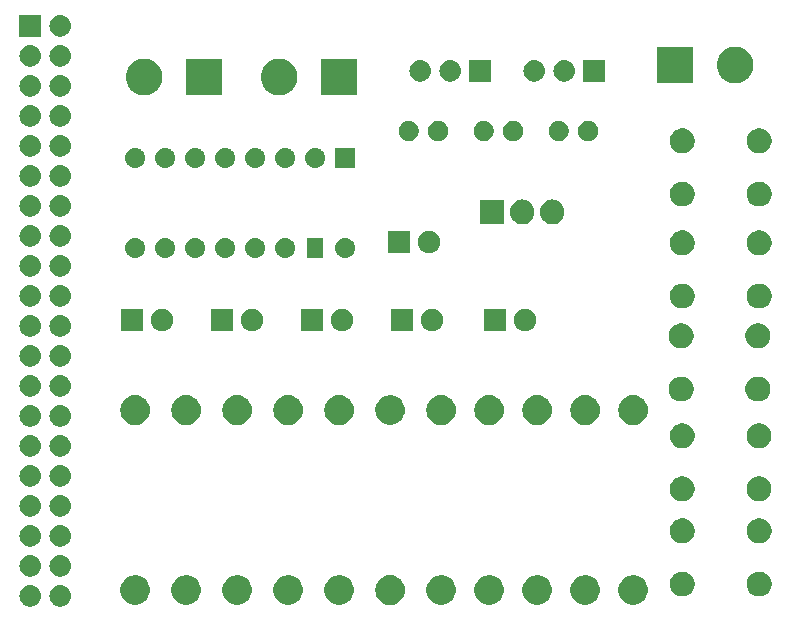
<source format=gbr>
G04 #@! TF.GenerationSoftware,KiCad,Pcbnew,(5.1.2)-2*
G04 #@! TF.CreationDate,2020-01-08T10:24:07+07:00*
G04 #@! TF.ProjectId,FPGA_PROJECT,46504741-5f50-4524-9f4a-4543542e6b69,rev?*
G04 #@! TF.SameCoordinates,Original*
G04 #@! TF.FileFunction,Soldermask,Top*
G04 #@! TF.FilePolarity,Negative*
%FSLAX46Y46*%
G04 Gerber Fmt 4.6, Leading zero omitted, Abs format (unit mm)*
G04 Created by KiCad (PCBNEW (5.1.2)-2) date 2020-01-08 10:24:07*
%MOMM*%
%LPD*%
G04 APERTURE LIST*
%ADD10C,0.100000*%
G04 APERTURE END LIST*
D10*
G36*
X90534442Y-80893518D02*
G01*
X90600627Y-80900037D01*
X90770466Y-80951557D01*
X90926991Y-81035222D01*
X90962729Y-81064552D01*
X91064186Y-81147814D01*
X91147448Y-81249271D01*
X91176778Y-81285009D01*
X91260443Y-81441534D01*
X91311963Y-81611373D01*
X91329359Y-81788000D01*
X91311963Y-81964627D01*
X91260443Y-82134466D01*
X91176778Y-82290991D01*
X91148702Y-82325201D01*
X91064186Y-82428186D01*
X90997485Y-82482925D01*
X90926991Y-82540778D01*
X90770466Y-82624443D01*
X90600627Y-82675963D01*
X90534442Y-82682482D01*
X90468260Y-82689000D01*
X90379740Y-82689000D01*
X90313558Y-82682482D01*
X90247373Y-82675963D01*
X90077534Y-82624443D01*
X89921009Y-82540778D01*
X89850515Y-82482925D01*
X89783814Y-82428186D01*
X89699298Y-82325201D01*
X89671222Y-82290991D01*
X89587557Y-82134466D01*
X89536037Y-81964627D01*
X89518641Y-81788000D01*
X89536037Y-81611373D01*
X89587557Y-81441534D01*
X89671222Y-81285009D01*
X89700552Y-81249271D01*
X89783814Y-81147814D01*
X89885271Y-81064552D01*
X89921009Y-81035222D01*
X90077534Y-80951557D01*
X90247373Y-80900037D01*
X90313558Y-80893518D01*
X90379740Y-80887000D01*
X90468260Y-80887000D01*
X90534442Y-80893518D01*
X90534442Y-80893518D01*
G37*
G36*
X87994442Y-80893518D02*
G01*
X88060627Y-80900037D01*
X88230466Y-80951557D01*
X88386991Y-81035222D01*
X88422729Y-81064552D01*
X88524186Y-81147814D01*
X88607448Y-81249271D01*
X88636778Y-81285009D01*
X88720443Y-81441534D01*
X88771963Y-81611373D01*
X88789359Y-81788000D01*
X88771963Y-81964627D01*
X88720443Y-82134466D01*
X88636778Y-82290991D01*
X88608702Y-82325201D01*
X88524186Y-82428186D01*
X88457485Y-82482925D01*
X88386991Y-82540778D01*
X88230466Y-82624443D01*
X88060627Y-82675963D01*
X87994442Y-82682482D01*
X87928260Y-82689000D01*
X87839740Y-82689000D01*
X87773558Y-82682482D01*
X87707373Y-82675963D01*
X87537534Y-82624443D01*
X87381009Y-82540778D01*
X87310515Y-82482925D01*
X87243814Y-82428186D01*
X87159298Y-82325201D01*
X87131222Y-82290991D01*
X87047557Y-82134466D01*
X86996037Y-81964627D01*
X86978641Y-81788000D01*
X86996037Y-81611373D01*
X87047557Y-81441534D01*
X87131222Y-81285009D01*
X87160552Y-81249271D01*
X87243814Y-81147814D01*
X87345271Y-81064552D01*
X87381009Y-81035222D01*
X87537534Y-80951557D01*
X87707373Y-80900037D01*
X87773558Y-80893518D01*
X87839740Y-80887000D01*
X87928260Y-80887000D01*
X87994442Y-80893518D01*
X87994442Y-80893518D01*
G37*
G36*
X135238903Y-80077075D02*
G01*
X135381072Y-80135963D01*
X135466571Y-80171378D01*
X135671466Y-80308285D01*
X135845715Y-80482534D01*
X135982622Y-80687429D01*
X135982623Y-80687431D01*
X136076925Y-80915097D01*
X136125000Y-81156786D01*
X136125000Y-81403214D01*
X136117290Y-81441973D01*
X136076925Y-81644903D01*
X135982622Y-81872571D01*
X135845715Y-82077466D01*
X135671466Y-82251715D01*
X135466571Y-82388622D01*
X135466570Y-82388623D01*
X135466569Y-82388623D01*
X135238903Y-82482925D01*
X134997214Y-82531000D01*
X134750786Y-82531000D01*
X134509097Y-82482925D01*
X134281431Y-82388623D01*
X134281430Y-82388623D01*
X134281429Y-82388622D01*
X134076534Y-82251715D01*
X133902285Y-82077466D01*
X133765378Y-81872571D01*
X133671075Y-81644903D01*
X133630710Y-81441973D01*
X133623000Y-81403214D01*
X133623000Y-81156786D01*
X133671075Y-80915097D01*
X133765377Y-80687431D01*
X133765378Y-80687429D01*
X133902285Y-80482534D01*
X134076534Y-80308285D01*
X134281429Y-80171378D01*
X134366929Y-80135963D01*
X134509097Y-80077075D01*
X134750786Y-80029000D01*
X134997214Y-80029000D01*
X135238903Y-80077075D01*
X135238903Y-80077075D01*
G37*
G36*
X131174903Y-80077075D02*
G01*
X131317072Y-80135963D01*
X131402571Y-80171378D01*
X131607466Y-80308285D01*
X131781715Y-80482534D01*
X131918622Y-80687429D01*
X131918623Y-80687431D01*
X132012925Y-80915097D01*
X132061000Y-81156786D01*
X132061000Y-81403214D01*
X132053290Y-81441973D01*
X132012925Y-81644903D01*
X131918622Y-81872571D01*
X131781715Y-82077466D01*
X131607466Y-82251715D01*
X131402571Y-82388622D01*
X131402570Y-82388623D01*
X131402569Y-82388623D01*
X131174903Y-82482925D01*
X130933214Y-82531000D01*
X130686786Y-82531000D01*
X130445097Y-82482925D01*
X130217431Y-82388623D01*
X130217430Y-82388623D01*
X130217429Y-82388622D01*
X130012534Y-82251715D01*
X129838285Y-82077466D01*
X129701378Y-81872571D01*
X129607075Y-81644903D01*
X129566710Y-81441973D01*
X129559000Y-81403214D01*
X129559000Y-81156786D01*
X129607075Y-80915097D01*
X129701377Y-80687431D01*
X129701378Y-80687429D01*
X129838285Y-80482534D01*
X130012534Y-80308285D01*
X130217429Y-80171378D01*
X130302929Y-80135963D01*
X130445097Y-80077075D01*
X130686786Y-80029000D01*
X130933214Y-80029000D01*
X131174903Y-80077075D01*
X131174903Y-80077075D01*
G37*
G36*
X139302903Y-80077075D02*
G01*
X139445072Y-80135963D01*
X139530571Y-80171378D01*
X139735466Y-80308285D01*
X139909715Y-80482534D01*
X140046622Y-80687429D01*
X140046623Y-80687431D01*
X140140925Y-80915097D01*
X140189000Y-81156786D01*
X140189000Y-81403214D01*
X140181290Y-81441973D01*
X140140925Y-81644903D01*
X140046622Y-81872571D01*
X139909715Y-82077466D01*
X139735466Y-82251715D01*
X139530571Y-82388622D01*
X139530570Y-82388623D01*
X139530569Y-82388623D01*
X139302903Y-82482925D01*
X139061214Y-82531000D01*
X138814786Y-82531000D01*
X138573097Y-82482925D01*
X138345431Y-82388623D01*
X138345430Y-82388623D01*
X138345429Y-82388622D01*
X138140534Y-82251715D01*
X137966285Y-82077466D01*
X137829378Y-81872571D01*
X137735075Y-81644903D01*
X137694710Y-81441973D01*
X137687000Y-81403214D01*
X137687000Y-81156786D01*
X137735075Y-80915097D01*
X137829377Y-80687431D01*
X137829378Y-80687429D01*
X137966285Y-80482534D01*
X138140534Y-80308285D01*
X138345429Y-80171378D01*
X138430929Y-80135963D01*
X138573097Y-80077075D01*
X138814786Y-80029000D01*
X139061214Y-80029000D01*
X139302903Y-80077075D01*
X139302903Y-80077075D01*
G37*
G36*
X127110903Y-80077075D02*
G01*
X127253072Y-80135963D01*
X127338571Y-80171378D01*
X127543466Y-80308285D01*
X127717715Y-80482534D01*
X127854622Y-80687429D01*
X127854623Y-80687431D01*
X127948925Y-80915097D01*
X127997000Y-81156786D01*
X127997000Y-81403214D01*
X127989290Y-81441973D01*
X127948925Y-81644903D01*
X127854622Y-81872571D01*
X127717715Y-82077466D01*
X127543466Y-82251715D01*
X127338571Y-82388622D01*
X127338570Y-82388623D01*
X127338569Y-82388623D01*
X127110903Y-82482925D01*
X126869214Y-82531000D01*
X126622786Y-82531000D01*
X126381097Y-82482925D01*
X126153431Y-82388623D01*
X126153430Y-82388623D01*
X126153429Y-82388622D01*
X125948534Y-82251715D01*
X125774285Y-82077466D01*
X125637378Y-81872571D01*
X125543075Y-81644903D01*
X125502710Y-81441973D01*
X125495000Y-81403214D01*
X125495000Y-81156786D01*
X125543075Y-80915097D01*
X125637377Y-80687431D01*
X125637378Y-80687429D01*
X125774285Y-80482534D01*
X125948534Y-80308285D01*
X126153429Y-80171378D01*
X126238929Y-80135963D01*
X126381097Y-80077075D01*
X126622786Y-80029000D01*
X126869214Y-80029000D01*
X127110903Y-80077075D01*
X127110903Y-80077075D01*
G37*
G36*
X123046903Y-80077075D02*
G01*
X123189072Y-80135963D01*
X123274571Y-80171378D01*
X123479466Y-80308285D01*
X123653715Y-80482534D01*
X123790622Y-80687429D01*
X123790623Y-80687431D01*
X123884925Y-80915097D01*
X123933000Y-81156786D01*
X123933000Y-81403214D01*
X123925290Y-81441973D01*
X123884925Y-81644903D01*
X123790622Y-81872571D01*
X123653715Y-82077466D01*
X123479466Y-82251715D01*
X123274571Y-82388622D01*
X123274570Y-82388623D01*
X123274569Y-82388623D01*
X123046903Y-82482925D01*
X122805214Y-82531000D01*
X122558786Y-82531000D01*
X122317097Y-82482925D01*
X122089431Y-82388623D01*
X122089430Y-82388623D01*
X122089429Y-82388622D01*
X121884534Y-82251715D01*
X121710285Y-82077466D01*
X121573378Y-81872571D01*
X121479075Y-81644903D01*
X121438710Y-81441973D01*
X121431000Y-81403214D01*
X121431000Y-81156786D01*
X121479075Y-80915097D01*
X121573377Y-80687431D01*
X121573378Y-80687429D01*
X121710285Y-80482534D01*
X121884534Y-80308285D01*
X122089429Y-80171378D01*
X122174929Y-80135963D01*
X122317097Y-80077075D01*
X122558786Y-80029000D01*
X122805214Y-80029000D01*
X123046903Y-80077075D01*
X123046903Y-80077075D01*
G37*
G36*
X105774903Y-80077075D02*
G01*
X105917072Y-80135963D01*
X106002571Y-80171378D01*
X106207466Y-80308285D01*
X106381715Y-80482534D01*
X106518622Y-80687429D01*
X106518623Y-80687431D01*
X106612925Y-80915097D01*
X106661000Y-81156786D01*
X106661000Y-81403214D01*
X106653290Y-81441973D01*
X106612925Y-81644903D01*
X106518622Y-81872571D01*
X106381715Y-82077466D01*
X106207466Y-82251715D01*
X106002571Y-82388622D01*
X106002570Y-82388623D01*
X106002569Y-82388623D01*
X105774903Y-82482925D01*
X105533214Y-82531000D01*
X105286786Y-82531000D01*
X105045097Y-82482925D01*
X104817431Y-82388623D01*
X104817430Y-82388623D01*
X104817429Y-82388622D01*
X104612534Y-82251715D01*
X104438285Y-82077466D01*
X104301378Y-81872571D01*
X104207075Y-81644903D01*
X104166710Y-81441973D01*
X104159000Y-81403214D01*
X104159000Y-81156786D01*
X104207075Y-80915097D01*
X104301377Y-80687431D01*
X104301378Y-80687429D01*
X104438285Y-80482534D01*
X104612534Y-80308285D01*
X104817429Y-80171378D01*
X104902929Y-80135963D01*
X105045097Y-80077075D01*
X105286786Y-80029000D01*
X105533214Y-80029000D01*
X105774903Y-80077075D01*
X105774903Y-80077075D01*
G37*
G36*
X101456903Y-80077075D02*
G01*
X101599072Y-80135963D01*
X101684571Y-80171378D01*
X101889466Y-80308285D01*
X102063715Y-80482534D01*
X102200622Y-80687429D01*
X102200623Y-80687431D01*
X102294925Y-80915097D01*
X102343000Y-81156786D01*
X102343000Y-81403214D01*
X102335290Y-81441973D01*
X102294925Y-81644903D01*
X102200622Y-81872571D01*
X102063715Y-82077466D01*
X101889466Y-82251715D01*
X101684571Y-82388622D01*
X101684570Y-82388623D01*
X101684569Y-82388623D01*
X101456903Y-82482925D01*
X101215214Y-82531000D01*
X100968786Y-82531000D01*
X100727097Y-82482925D01*
X100499431Y-82388623D01*
X100499430Y-82388623D01*
X100499429Y-82388622D01*
X100294534Y-82251715D01*
X100120285Y-82077466D01*
X99983378Y-81872571D01*
X99889075Y-81644903D01*
X99848710Y-81441973D01*
X99841000Y-81403214D01*
X99841000Y-81156786D01*
X99889075Y-80915097D01*
X99983377Y-80687431D01*
X99983378Y-80687429D01*
X100120285Y-80482534D01*
X100294534Y-80308285D01*
X100499429Y-80171378D01*
X100584929Y-80135963D01*
X100727097Y-80077075D01*
X100968786Y-80029000D01*
X101215214Y-80029000D01*
X101456903Y-80077075D01*
X101456903Y-80077075D01*
G37*
G36*
X97138903Y-80077075D02*
G01*
X97281072Y-80135963D01*
X97366571Y-80171378D01*
X97571466Y-80308285D01*
X97745715Y-80482534D01*
X97882622Y-80687429D01*
X97882623Y-80687431D01*
X97976925Y-80915097D01*
X98025000Y-81156786D01*
X98025000Y-81403214D01*
X98017290Y-81441973D01*
X97976925Y-81644903D01*
X97882622Y-81872571D01*
X97745715Y-82077466D01*
X97571466Y-82251715D01*
X97366571Y-82388622D01*
X97366570Y-82388623D01*
X97366569Y-82388623D01*
X97138903Y-82482925D01*
X96897214Y-82531000D01*
X96650786Y-82531000D01*
X96409097Y-82482925D01*
X96181431Y-82388623D01*
X96181430Y-82388623D01*
X96181429Y-82388622D01*
X95976534Y-82251715D01*
X95802285Y-82077466D01*
X95665378Y-81872571D01*
X95571075Y-81644903D01*
X95530710Y-81441973D01*
X95523000Y-81403214D01*
X95523000Y-81156786D01*
X95571075Y-80915097D01*
X95665377Y-80687431D01*
X95665378Y-80687429D01*
X95802285Y-80482534D01*
X95976534Y-80308285D01*
X96181429Y-80171378D01*
X96266929Y-80135963D01*
X96409097Y-80077075D01*
X96650786Y-80029000D01*
X96897214Y-80029000D01*
X97138903Y-80077075D01*
X97138903Y-80077075D01*
G37*
G36*
X110092903Y-80077075D02*
G01*
X110235072Y-80135963D01*
X110320571Y-80171378D01*
X110525466Y-80308285D01*
X110699715Y-80482534D01*
X110836622Y-80687429D01*
X110836623Y-80687431D01*
X110930925Y-80915097D01*
X110979000Y-81156786D01*
X110979000Y-81403214D01*
X110971290Y-81441973D01*
X110930925Y-81644903D01*
X110836622Y-81872571D01*
X110699715Y-82077466D01*
X110525466Y-82251715D01*
X110320571Y-82388622D01*
X110320570Y-82388623D01*
X110320569Y-82388623D01*
X110092903Y-82482925D01*
X109851214Y-82531000D01*
X109604786Y-82531000D01*
X109363097Y-82482925D01*
X109135431Y-82388623D01*
X109135430Y-82388623D01*
X109135429Y-82388622D01*
X108930534Y-82251715D01*
X108756285Y-82077466D01*
X108619378Y-81872571D01*
X108525075Y-81644903D01*
X108484710Y-81441973D01*
X108477000Y-81403214D01*
X108477000Y-81156786D01*
X108525075Y-80915097D01*
X108619377Y-80687431D01*
X108619378Y-80687429D01*
X108756285Y-80482534D01*
X108930534Y-80308285D01*
X109135429Y-80171378D01*
X109220929Y-80135963D01*
X109363097Y-80077075D01*
X109604786Y-80029000D01*
X109851214Y-80029000D01*
X110092903Y-80077075D01*
X110092903Y-80077075D01*
G37*
G36*
X114410903Y-80077075D02*
G01*
X114553072Y-80135963D01*
X114638571Y-80171378D01*
X114843466Y-80308285D01*
X115017715Y-80482534D01*
X115154622Y-80687429D01*
X115154623Y-80687431D01*
X115248925Y-80915097D01*
X115297000Y-81156786D01*
X115297000Y-81403214D01*
X115289290Y-81441973D01*
X115248925Y-81644903D01*
X115154622Y-81872571D01*
X115017715Y-82077466D01*
X114843466Y-82251715D01*
X114638571Y-82388622D01*
X114638570Y-82388623D01*
X114638569Y-82388623D01*
X114410903Y-82482925D01*
X114169214Y-82531000D01*
X113922786Y-82531000D01*
X113681097Y-82482925D01*
X113453431Y-82388623D01*
X113453430Y-82388623D01*
X113453429Y-82388622D01*
X113248534Y-82251715D01*
X113074285Y-82077466D01*
X112937378Y-81872571D01*
X112843075Y-81644903D01*
X112802710Y-81441973D01*
X112795000Y-81403214D01*
X112795000Y-81156786D01*
X112843075Y-80915097D01*
X112937377Y-80687431D01*
X112937378Y-80687429D01*
X113074285Y-80482534D01*
X113248534Y-80308285D01*
X113453429Y-80171378D01*
X113538929Y-80135963D01*
X113681097Y-80077075D01*
X113922786Y-80029000D01*
X114169214Y-80029000D01*
X114410903Y-80077075D01*
X114410903Y-80077075D01*
G37*
G36*
X118609239Y-80047101D02*
G01*
X118845053Y-80118634D01*
X119062381Y-80234799D01*
X119252871Y-80391129D01*
X119409201Y-80581619D01*
X119525366Y-80798947D01*
X119596899Y-81034761D01*
X119621053Y-81280000D01*
X119596899Y-81525239D01*
X119525366Y-81761053D01*
X119409201Y-81978381D01*
X119252871Y-82168871D01*
X119062381Y-82325201D01*
X118845053Y-82441366D01*
X118609239Y-82512899D01*
X118425457Y-82531000D01*
X118302543Y-82531000D01*
X118118761Y-82512899D01*
X117882947Y-82441366D01*
X117665619Y-82325201D01*
X117475129Y-82168871D01*
X117318799Y-81978381D01*
X117202634Y-81761053D01*
X117131101Y-81525239D01*
X117106947Y-81280000D01*
X117131101Y-81034761D01*
X117202634Y-80798947D01*
X117318799Y-80581619D01*
X117475129Y-80391129D01*
X117665619Y-80234799D01*
X117882947Y-80118634D01*
X118118761Y-80047101D01*
X118302543Y-80029000D01*
X118425457Y-80029000D01*
X118609239Y-80047101D01*
X118609239Y-80047101D01*
G37*
G36*
X143412564Y-79761389D02*
G01*
X143603833Y-79840615D01*
X143603835Y-79840616D01*
X143675027Y-79888185D01*
X143775973Y-79955635D01*
X143922365Y-80102027D01*
X144037385Y-80274167D01*
X144116611Y-80465436D01*
X144157000Y-80668484D01*
X144157000Y-80875516D01*
X144116611Y-81078564D01*
X144087926Y-81147815D01*
X144037384Y-81269835D01*
X143922365Y-81441973D01*
X143775973Y-81588365D01*
X143603835Y-81703384D01*
X143603834Y-81703385D01*
X143603833Y-81703385D01*
X143412564Y-81782611D01*
X143209516Y-81823000D01*
X143002484Y-81823000D01*
X142799436Y-81782611D01*
X142608167Y-81703385D01*
X142608166Y-81703385D01*
X142608165Y-81703384D01*
X142436027Y-81588365D01*
X142289635Y-81441973D01*
X142174616Y-81269835D01*
X142124074Y-81147815D01*
X142095389Y-81078564D01*
X142055000Y-80875516D01*
X142055000Y-80668484D01*
X142095389Y-80465436D01*
X142174615Y-80274167D01*
X142289635Y-80102027D01*
X142436027Y-79955635D01*
X142536973Y-79888185D01*
X142608165Y-79840616D01*
X142608167Y-79840615D01*
X142799436Y-79761389D01*
X143002484Y-79721000D01*
X143209516Y-79721000D01*
X143412564Y-79761389D01*
X143412564Y-79761389D01*
G37*
G36*
X149912564Y-79761389D02*
G01*
X150103833Y-79840615D01*
X150103835Y-79840616D01*
X150175027Y-79888185D01*
X150275973Y-79955635D01*
X150422365Y-80102027D01*
X150537385Y-80274167D01*
X150616611Y-80465436D01*
X150657000Y-80668484D01*
X150657000Y-80875516D01*
X150616611Y-81078564D01*
X150587926Y-81147815D01*
X150537384Y-81269835D01*
X150422365Y-81441973D01*
X150275973Y-81588365D01*
X150103835Y-81703384D01*
X150103834Y-81703385D01*
X150103833Y-81703385D01*
X149912564Y-81782611D01*
X149709516Y-81823000D01*
X149502484Y-81823000D01*
X149299436Y-81782611D01*
X149108167Y-81703385D01*
X149108166Y-81703385D01*
X149108165Y-81703384D01*
X148936027Y-81588365D01*
X148789635Y-81441973D01*
X148674616Y-81269835D01*
X148624074Y-81147815D01*
X148595389Y-81078564D01*
X148555000Y-80875516D01*
X148555000Y-80668484D01*
X148595389Y-80465436D01*
X148674615Y-80274167D01*
X148789635Y-80102027D01*
X148936027Y-79955635D01*
X149036973Y-79888185D01*
X149108165Y-79840616D01*
X149108167Y-79840615D01*
X149299436Y-79761389D01*
X149502484Y-79721000D01*
X149709516Y-79721000D01*
X149912564Y-79761389D01*
X149912564Y-79761389D01*
G37*
G36*
X90534443Y-78353519D02*
G01*
X90600627Y-78360037D01*
X90770466Y-78411557D01*
X90926991Y-78495222D01*
X90962729Y-78524552D01*
X91064186Y-78607814D01*
X91147448Y-78709271D01*
X91176778Y-78745009D01*
X91260443Y-78901534D01*
X91311963Y-79071373D01*
X91329359Y-79248000D01*
X91311963Y-79424627D01*
X91260443Y-79594466D01*
X91176778Y-79750991D01*
X91147448Y-79786729D01*
X91064186Y-79888186D01*
X90981998Y-79955635D01*
X90926991Y-80000778D01*
X90926989Y-80000779D01*
X90784251Y-80077075D01*
X90770466Y-80084443D01*
X90600627Y-80135963D01*
X90534443Y-80142481D01*
X90468260Y-80149000D01*
X90379740Y-80149000D01*
X90313557Y-80142481D01*
X90247373Y-80135963D01*
X90077534Y-80084443D01*
X90063750Y-80077075D01*
X89921011Y-80000779D01*
X89921009Y-80000778D01*
X89866002Y-79955635D01*
X89783814Y-79888186D01*
X89700552Y-79786729D01*
X89671222Y-79750991D01*
X89587557Y-79594466D01*
X89536037Y-79424627D01*
X89518641Y-79248000D01*
X89536037Y-79071373D01*
X89587557Y-78901534D01*
X89671222Y-78745009D01*
X89700552Y-78709271D01*
X89783814Y-78607814D01*
X89885271Y-78524552D01*
X89921009Y-78495222D01*
X90077534Y-78411557D01*
X90247373Y-78360037D01*
X90313557Y-78353519D01*
X90379740Y-78347000D01*
X90468260Y-78347000D01*
X90534443Y-78353519D01*
X90534443Y-78353519D01*
G37*
G36*
X87994443Y-78353519D02*
G01*
X88060627Y-78360037D01*
X88230466Y-78411557D01*
X88386991Y-78495222D01*
X88422729Y-78524552D01*
X88524186Y-78607814D01*
X88607448Y-78709271D01*
X88636778Y-78745009D01*
X88720443Y-78901534D01*
X88771963Y-79071373D01*
X88789359Y-79248000D01*
X88771963Y-79424627D01*
X88720443Y-79594466D01*
X88636778Y-79750991D01*
X88607448Y-79786729D01*
X88524186Y-79888186D01*
X88441998Y-79955635D01*
X88386991Y-80000778D01*
X88386989Y-80000779D01*
X88244251Y-80077075D01*
X88230466Y-80084443D01*
X88060627Y-80135963D01*
X87994443Y-80142481D01*
X87928260Y-80149000D01*
X87839740Y-80149000D01*
X87773557Y-80142481D01*
X87707373Y-80135963D01*
X87537534Y-80084443D01*
X87523750Y-80077075D01*
X87381011Y-80000779D01*
X87381009Y-80000778D01*
X87326002Y-79955635D01*
X87243814Y-79888186D01*
X87160552Y-79786729D01*
X87131222Y-79750991D01*
X87047557Y-79594466D01*
X86996037Y-79424627D01*
X86978641Y-79248000D01*
X86996037Y-79071373D01*
X87047557Y-78901534D01*
X87131222Y-78745009D01*
X87160552Y-78709271D01*
X87243814Y-78607814D01*
X87345271Y-78524552D01*
X87381009Y-78495222D01*
X87537534Y-78411557D01*
X87707373Y-78360037D01*
X87773557Y-78353519D01*
X87839740Y-78347000D01*
X87928260Y-78347000D01*
X87994443Y-78353519D01*
X87994443Y-78353519D01*
G37*
G36*
X87994442Y-75813518D02*
G01*
X88060627Y-75820037D01*
X88230466Y-75871557D01*
X88386991Y-75955222D01*
X88422729Y-75984552D01*
X88524186Y-76067814D01*
X88606804Y-76168486D01*
X88636778Y-76205009D01*
X88720443Y-76361534D01*
X88771963Y-76531373D01*
X88789359Y-76708000D01*
X88771963Y-76884627D01*
X88754567Y-76941973D01*
X88720442Y-77054468D01*
X88678611Y-77132728D01*
X88636778Y-77210991D01*
X88607448Y-77246729D01*
X88524186Y-77348186D01*
X88422729Y-77431448D01*
X88386991Y-77460778D01*
X88230466Y-77544443D01*
X88060627Y-77595963D01*
X87994443Y-77602481D01*
X87928260Y-77609000D01*
X87839740Y-77609000D01*
X87773557Y-77602481D01*
X87707373Y-77595963D01*
X87537534Y-77544443D01*
X87381009Y-77460778D01*
X87345271Y-77431448D01*
X87243814Y-77348186D01*
X87160552Y-77246729D01*
X87131222Y-77210991D01*
X87089389Y-77132728D01*
X87047558Y-77054468D01*
X87013433Y-76941973D01*
X86996037Y-76884627D01*
X86978641Y-76708000D01*
X86996037Y-76531373D01*
X87047557Y-76361534D01*
X87131222Y-76205009D01*
X87161196Y-76168486D01*
X87243814Y-76067814D01*
X87345271Y-75984552D01*
X87381009Y-75955222D01*
X87537534Y-75871557D01*
X87707373Y-75820037D01*
X87773558Y-75813518D01*
X87839740Y-75807000D01*
X87928260Y-75807000D01*
X87994442Y-75813518D01*
X87994442Y-75813518D01*
G37*
G36*
X90534442Y-75813518D02*
G01*
X90600627Y-75820037D01*
X90770466Y-75871557D01*
X90926991Y-75955222D01*
X90962729Y-75984552D01*
X91064186Y-76067814D01*
X91146804Y-76168486D01*
X91176778Y-76205009D01*
X91260443Y-76361534D01*
X91311963Y-76531373D01*
X91329359Y-76708000D01*
X91311963Y-76884627D01*
X91294567Y-76941973D01*
X91260442Y-77054468D01*
X91218611Y-77132728D01*
X91176778Y-77210991D01*
X91147448Y-77246729D01*
X91064186Y-77348186D01*
X90962729Y-77431448D01*
X90926991Y-77460778D01*
X90770466Y-77544443D01*
X90600627Y-77595963D01*
X90534443Y-77602481D01*
X90468260Y-77609000D01*
X90379740Y-77609000D01*
X90313557Y-77602481D01*
X90247373Y-77595963D01*
X90077534Y-77544443D01*
X89921009Y-77460778D01*
X89885271Y-77431448D01*
X89783814Y-77348186D01*
X89700552Y-77246729D01*
X89671222Y-77210991D01*
X89629389Y-77132728D01*
X89587558Y-77054468D01*
X89553433Y-76941973D01*
X89536037Y-76884627D01*
X89518641Y-76708000D01*
X89536037Y-76531373D01*
X89587557Y-76361534D01*
X89671222Y-76205009D01*
X89701196Y-76168486D01*
X89783814Y-76067814D01*
X89885271Y-75984552D01*
X89921009Y-75955222D01*
X90077534Y-75871557D01*
X90247373Y-75820037D01*
X90313558Y-75813518D01*
X90379740Y-75807000D01*
X90468260Y-75807000D01*
X90534442Y-75813518D01*
X90534442Y-75813518D01*
G37*
G36*
X143412564Y-75261389D02*
G01*
X143603833Y-75340615D01*
X143603835Y-75340616D01*
X143775973Y-75455635D01*
X143922365Y-75602027D01*
X144037385Y-75774167D01*
X144116611Y-75965436D01*
X144157000Y-76168484D01*
X144157000Y-76375516D01*
X144116611Y-76578564D01*
X144062997Y-76708000D01*
X144037384Y-76769835D01*
X143922365Y-76941973D01*
X143775973Y-77088365D01*
X143603835Y-77203384D01*
X143603834Y-77203385D01*
X143603833Y-77203385D01*
X143412564Y-77282611D01*
X143209516Y-77323000D01*
X143002484Y-77323000D01*
X142799436Y-77282611D01*
X142608167Y-77203385D01*
X142608166Y-77203385D01*
X142608165Y-77203384D01*
X142436027Y-77088365D01*
X142289635Y-76941973D01*
X142174616Y-76769835D01*
X142149003Y-76708000D01*
X142095389Y-76578564D01*
X142055000Y-76375516D01*
X142055000Y-76168484D01*
X142095389Y-75965436D01*
X142174615Y-75774167D01*
X142289635Y-75602027D01*
X142436027Y-75455635D01*
X142608165Y-75340616D01*
X142608167Y-75340615D01*
X142799436Y-75261389D01*
X143002484Y-75221000D01*
X143209516Y-75221000D01*
X143412564Y-75261389D01*
X143412564Y-75261389D01*
G37*
G36*
X149912564Y-75261389D02*
G01*
X150103833Y-75340615D01*
X150103835Y-75340616D01*
X150275973Y-75455635D01*
X150422365Y-75602027D01*
X150537385Y-75774167D01*
X150616611Y-75965436D01*
X150657000Y-76168484D01*
X150657000Y-76375516D01*
X150616611Y-76578564D01*
X150562997Y-76708000D01*
X150537384Y-76769835D01*
X150422365Y-76941973D01*
X150275973Y-77088365D01*
X150103835Y-77203384D01*
X150103834Y-77203385D01*
X150103833Y-77203385D01*
X149912564Y-77282611D01*
X149709516Y-77323000D01*
X149502484Y-77323000D01*
X149299436Y-77282611D01*
X149108167Y-77203385D01*
X149108166Y-77203385D01*
X149108165Y-77203384D01*
X148936027Y-77088365D01*
X148789635Y-76941973D01*
X148674616Y-76769835D01*
X148649003Y-76708000D01*
X148595389Y-76578564D01*
X148555000Y-76375516D01*
X148555000Y-76168484D01*
X148595389Y-75965436D01*
X148674615Y-75774167D01*
X148789635Y-75602027D01*
X148936027Y-75455635D01*
X149108165Y-75340616D01*
X149108167Y-75340615D01*
X149299436Y-75261389D01*
X149502484Y-75221000D01*
X149709516Y-75221000D01*
X149912564Y-75261389D01*
X149912564Y-75261389D01*
G37*
G36*
X87994443Y-73273519D02*
G01*
X88060627Y-73280037D01*
X88230466Y-73331557D01*
X88386991Y-73415222D01*
X88422729Y-73444552D01*
X88524186Y-73527814D01*
X88607448Y-73629271D01*
X88636778Y-73665009D01*
X88720443Y-73821534D01*
X88771963Y-73991373D01*
X88789359Y-74168000D01*
X88771963Y-74344627D01*
X88720443Y-74514466D01*
X88636778Y-74670991D01*
X88607448Y-74706729D01*
X88524186Y-74808186D01*
X88422729Y-74891448D01*
X88386991Y-74920778D01*
X88230466Y-75004443D01*
X88060627Y-75055963D01*
X87994443Y-75062481D01*
X87928260Y-75069000D01*
X87839740Y-75069000D01*
X87773557Y-75062481D01*
X87707373Y-75055963D01*
X87537534Y-75004443D01*
X87381009Y-74920778D01*
X87345271Y-74891448D01*
X87243814Y-74808186D01*
X87160552Y-74706729D01*
X87131222Y-74670991D01*
X87047557Y-74514466D01*
X86996037Y-74344627D01*
X86978641Y-74168000D01*
X86996037Y-73991373D01*
X87047557Y-73821534D01*
X87131222Y-73665009D01*
X87160552Y-73629271D01*
X87243814Y-73527814D01*
X87345271Y-73444552D01*
X87381009Y-73415222D01*
X87537534Y-73331557D01*
X87707373Y-73280037D01*
X87773557Y-73273519D01*
X87839740Y-73267000D01*
X87928260Y-73267000D01*
X87994443Y-73273519D01*
X87994443Y-73273519D01*
G37*
G36*
X90534443Y-73273519D02*
G01*
X90600627Y-73280037D01*
X90770466Y-73331557D01*
X90926991Y-73415222D01*
X90962729Y-73444552D01*
X91064186Y-73527814D01*
X91147448Y-73629271D01*
X91176778Y-73665009D01*
X91260443Y-73821534D01*
X91311963Y-73991373D01*
X91329359Y-74168000D01*
X91311963Y-74344627D01*
X91260443Y-74514466D01*
X91176778Y-74670991D01*
X91147448Y-74706729D01*
X91064186Y-74808186D01*
X90962729Y-74891448D01*
X90926991Y-74920778D01*
X90770466Y-75004443D01*
X90600627Y-75055963D01*
X90534443Y-75062481D01*
X90468260Y-75069000D01*
X90379740Y-75069000D01*
X90313557Y-75062481D01*
X90247373Y-75055963D01*
X90077534Y-75004443D01*
X89921009Y-74920778D01*
X89885271Y-74891448D01*
X89783814Y-74808186D01*
X89700552Y-74706729D01*
X89671222Y-74670991D01*
X89587557Y-74514466D01*
X89536037Y-74344627D01*
X89518641Y-74168000D01*
X89536037Y-73991373D01*
X89587557Y-73821534D01*
X89671222Y-73665009D01*
X89700552Y-73629271D01*
X89783814Y-73527814D01*
X89885271Y-73444552D01*
X89921009Y-73415222D01*
X90077534Y-73331557D01*
X90247373Y-73280037D01*
X90313557Y-73273519D01*
X90379740Y-73267000D01*
X90468260Y-73267000D01*
X90534443Y-73273519D01*
X90534443Y-73273519D01*
G37*
G36*
X143397565Y-71700390D02*
G01*
X143588834Y-71779616D01*
X143588836Y-71779617D01*
X143626263Y-71804625D01*
X143760974Y-71894636D01*
X143907366Y-72041028D01*
X144022386Y-72213168D01*
X144101612Y-72404437D01*
X144142001Y-72607485D01*
X144142001Y-72814517D01*
X144101612Y-73017565D01*
X144022386Y-73208834D01*
X144022385Y-73208836D01*
X143907366Y-73380974D01*
X143760974Y-73527366D01*
X143588836Y-73642385D01*
X143588835Y-73642386D01*
X143588834Y-73642386D01*
X143397565Y-73721612D01*
X143194517Y-73762001D01*
X142987485Y-73762001D01*
X142784437Y-73721612D01*
X142593168Y-73642386D01*
X142593167Y-73642386D01*
X142593166Y-73642385D01*
X142421028Y-73527366D01*
X142274636Y-73380974D01*
X142159617Y-73208836D01*
X142159616Y-73208834D01*
X142080390Y-73017565D01*
X142040001Y-72814517D01*
X142040001Y-72607485D01*
X142080390Y-72404437D01*
X142159616Y-72213168D01*
X142274636Y-72041028D01*
X142421028Y-71894636D01*
X142555739Y-71804625D01*
X142593166Y-71779617D01*
X142593168Y-71779616D01*
X142784437Y-71700390D01*
X142987485Y-71660001D01*
X143194517Y-71660001D01*
X143397565Y-71700390D01*
X143397565Y-71700390D01*
G37*
G36*
X149897565Y-71700390D02*
G01*
X150088834Y-71779616D01*
X150088836Y-71779617D01*
X150126263Y-71804625D01*
X150260974Y-71894636D01*
X150407366Y-72041028D01*
X150522386Y-72213168D01*
X150601612Y-72404437D01*
X150642001Y-72607485D01*
X150642001Y-72814517D01*
X150601612Y-73017565D01*
X150522386Y-73208834D01*
X150522385Y-73208836D01*
X150407366Y-73380974D01*
X150260974Y-73527366D01*
X150088836Y-73642385D01*
X150088835Y-73642386D01*
X150088834Y-73642386D01*
X149897565Y-73721612D01*
X149694517Y-73762001D01*
X149487485Y-73762001D01*
X149284437Y-73721612D01*
X149093168Y-73642386D01*
X149093167Y-73642386D01*
X149093166Y-73642385D01*
X148921028Y-73527366D01*
X148774636Y-73380974D01*
X148659617Y-73208836D01*
X148659616Y-73208834D01*
X148580390Y-73017565D01*
X148540001Y-72814517D01*
X148540001Y-72607485D01*
X148580390Y-72404437D01*
X148659616Y-72213168D01*
X148774636Y-72041028D01*
X148921028Y-71894636D01*
X149055739Y-71804625D01*
X149093166Y-71779617D01*
X149093168Y-71779616D01*
X149284437Y-71700390D01*
X149487485Y-71660001D01*
X149694517Y-71660001D01*
X149897565Y-71700390D01*
X149897565Y-71700390D01*
G37*
G36*
X87994442Y-70733518D02*
G01*
X88060627Y-70740037D01*
X88230466Y-70791557D01*
X88386991Y-70875222D01*
X88422729Y-70904552D01*
X88524186Y-70987814D01*
X88607448Y-71089271D01*
X88636778Y-71125009D01*
X88720443Y-71281534D01*
X88771963Y-71451373D01*
X88789359Y-71628000D01*
X88771963Y-71804627D01*
X88720443Y-71974466D01*
X88636778Y-72130991D01*
X88607448Y-72166729D01*
X88524186Y-72268186D01*
X88422729Y-72351448D01*
X88386991Y-72380778D01*
X88230466Y-72464443D01*
X88060627Y-72515963D01*
X87994442Y-72522482D01*
X87928260Y-72529000D01*
X87839740Y-72529000D01*
X87773558Y-72522482D01*
X87707373Y-72515963D01*
X87537534Y-72464443D01*
X87381009Y-72380778D01*
X87345271Y-72351448D01*
X87243814Y-72268186D01*
X87160552Y-72166729D01*
X87131222Y-72130991D01*
X87047557Y-71974466D01*
X86996037Y-71804627D01*
X86978641Y-71628000D01*
X86996037Y-71451373D01*
X87047557Y-71281534D01*
X87131222Y-71125009D01*
X87160552Y-71089271D01*
X87243814Y-70987814D01*
X87345271Y-70904552D01*
X87381009Y-70875222D01*
X87537534Y-70791557D01*
X87707373Y-70740037D01*
X87773558Y-70733518D01*
X87839740Y-70727000D01*
X87928260Y-70727000D01*
X87994442Y-70733518D01*
X87994442Y-70733518D01*
G37*
G36*
X90534442Y-70733518D02*
G01*
X90600627Y-70740037D01*
X90770466Y-70791557D01*
X90926991Y-70875222D01*
X90962729Y-70904552D01*
X91064186Y-70987814D01*
X91147448Y-71089271D01*
X91176778Y-71125009D01*
X91260443Y-71281534D01*
X91311963Y-71451373D01*
X91329359Y-71628000D01*
X91311963Y-71804627D01*
X91260443Y-71974466D01*
X91176778Y-72130991D01*
X91147448Y-72166729D01*
X91064186Y-72268186D01*
X90962729Y-72351448D01*
X90926991Y-72380778D01*
X90770466Y-72464443D01*
X90600627Y-72515963D01*
X90534442Y-72522482D01*
X90468260Y-72529000D01*
X90379740Y-72529000D01*
X90313558Y-72522482D01*
X90247373Y-72515963D01*
X90077534Y-72464443D01*
X89921009Y-72380778D01*
X89885271Y-72351448D01*
X89783814Y-72268186D01*
X89700552Y-72166729D01*
X89671222Y-72130991D01*
X89587557Y-71974466D01*
X89536037Y-71804627D01*
X89518641Y-71628000D01*
X89536037Y-71451373D01*
X89587557Y-71281534D01*
X89671222Y-71125009D01*
X89700552Y-71089271D01*
X89783814Y-70987814D01*
X89885271Y-70904552D01*
X89921009Y-70875222D01*
X90077534Y-70791557D01*
X90247373Y-70740037D01*
X90313558Y-70733518D01*
X90379740Y-70727000D01*
X90468260Y-70727000D01*
X90534442Y-70733518D01*
X90534442Y-70733518D01*
G37*
G36*
X87994443Y-68193519D02*
G01*
X88060627Y-68200037D01*
X88230466Y-68251557D01*
X88386991Y-68335222D01*
X88422729Y-68364552D01*
X88524186Y-68447814D01*
X88581428Y-68517565D01*
X88636778Y-68585009D01*
X88720443Y-68741534D01*
X88771963Y-68911373D01*
X88789359Y-69088000D01*
X88771963Y-69264627D01*
X88720443Y-69434466D01*
X88636778Y-69590991D01*
X88607448Y-69626729D01*
X88524186Y-69728186D01*
X88422729Y-69811448D01*
X88386991Y-69840778D01*
X88230466Y-69924443D01*
X88060627Y-69975963D01*
X87994443Y-69982481D01*
X87928260Y-69989000D01*
X87839740Y-69989000D01*
X87773557Y-69982481D01*
X87707373Y-69975963D01*
X87537534Y-69924443D01*
X87381009Y-69840778D01*
X87345271Y-69811448D01*
X87243814Y-69728186D01*
X87160552Y-69626729D01*
X87131222Y-69590991D01*
X87047557Y-69434466D01*
X86996037Y-69264627D01*
X86978641Y-69088000D01*
X86996037Y-68911373D01*
X87047557Y-68741534D01*
X87131222Y-68585009D01*
X87186572Y-68517565D01*
X87243814Y-68447814D01*
X87345271Y-68364552D01*
X87381009Y-68335222D01*
X87537534Y-68251557D01*
X87707373Y-68200037D01*
X87773557Y-68193519D01*
X87839740Y-68187000D01*
X87928260Y-68187000D01*
X87994443Y-68193519D01*
X87994443Y-68193519D01*
G37*
G36*
X90534443Y-68193519D02*
G01*
X90600627Y-68200037D01*
X90770466Y-68251557D01*
X90926991Y-68335222D01*
X90962729Y-68364552D01*
X91064186Y-68447814D01*
X91121428Y-68517565D01*
X91176778Y-68585009D01*
X91260443Y-68741534D01*
X91311963Y-68911373D01*
X91329359Y-69088000D01*
X91311963Y-69264627D01*
X91260443Y-69434466D01*
X91176778Y-69590991D01*
X91147448Y-69626729D01*
X91064186Y-69728186D01*
X90962729Y-69811448D01*
X90926991Y-69840778D01*
X90770466Y-69924443D01*
X90600627Y-69975963D01*
X90534443Y-69982481D01*
X90468260Y-69989000D01*
X90379740Y-69989000D01*
X90313557Y-69982481D01*
X90247373Y-69975963D01*
X90077534Y-69924443D01*
X89921009Y-69840778D01*
X89885271Y-69811448D01*
X89783814Y-69728186D01*
X89700552Y-69626729D01*
X89671222Y-69590991D01*
X89587557Y-69434466D01*
X89536037Y-69264627D01*
X89518641Y-69088000D01*
X89536037Y-68911373D01*
X89587557Y-68741534D01*
X89671222Y-68585009D01*
X89726572Y-68517565D01*
X89783814Y-68447814D01*
X89885271Y-68364552D01*
X89921009Y-68335222D01*
X90077534Y-68251557D01*
X90247373Y-68200037D01*
X90313557Y-68193519D01*
X90379740Y-68187000D01*
X90468260Y-68187000D01*
X90534443Y-68193519D01*
X90534443Y-68193519D01*
G37*
G36*
X149897565Y-67200390D02*
G01*
X150088834Y-67279616D01*
X150088836Y-67279617D01*
X150120507Y-67300779D01*
X150260974Y-67394636D01*
X150407366Y-67541028D01*
X150522386Y-67713168D01*
X150601612Y-67904437D01*
X150642001Y-68107485D01*
X150642001Y-68314517D01*
X150601612Y-68517565D01*
X150573675Y-68585011D01*
X150522385Y-68708836D01*
X150407366Y-68880974D01*
X150260974Y-69027366D01*
X150088836Y-69142385D01*
X150088835Y-69142386D01*
X150088834Y-69142386D01*
X149897565Y-69221612D01*
X149694517Y-69262001D01*
X149487485Y-69262001D01*
X149284437Y-69221612D01*
X149093168Y-69142386D01*
X149093167Y-69142386D01*
X149093166Y-69142385D01*
X148921028Y-69027366D01*
X148774636Y-68880974D01*
X148659617Y-68708836D01*
X148608327Y-68585011D01*
X148580390Y-68517565D01*
X148540001Y-68314517D01*
X148540001Y-68107485D01*
X148580390Y-67904437D01*
X148659616Y-67713168D01*
X148774636Y-67541028D01*
X148921028Y-67394636D01*
X149061495Y-67300779D01*
X149093166Y-67279617D01*
X149093168Y-67279616D01*
X149284437Y-67200390D01*
X149487485Y-67160001D01*
X149694517Y-67160001D01*
X149897565Y-67200390D01*
X149897565Y-67200390D01*
G37*
G36*
X143397565Y-67200390D02*
G01*
X143588834Y-67279616D01*
X143588836Y-67279617D01*
X143620507Y-67300779D01*
X143760974Y-67394636D01*
X143907366Y-67541028D01*
X144022386Y-67713168D01*
X144101612Y-67904437D01*
X144142001Y-68107485D01*
X144142001Y-68314517D01*
X144101612Y-68517565D01*
X144073675Y-68585011D01*
X144022385Y-68708836D01*
X143907366Y-68880974D01*
X143760974Y-69027366D01*
X143588836Y-69142385D01*
X143588835Y-69142386D01*
X143588834Y-69142386D01*
X143397565Y-69221612D01*
X143194517Y-69262001D01*
X142987485Y-69262001D01*
X142784437Y-69221612D01*
X142593168Y-69142386D01*
X142593167Y-69142386D01*
X142593166Y-69142385D01*
X142421028Y-69027366D01*
X142274636Y-68880974D01*
X142159617Y-68708836D01*
X142108327Y-68585011D01*
X142080390Y-68517565D01*
X142040001Y-68314517D01*
X142040001Y-68107485D01*
X142080390Y-67904437D01*
X142159616Y-67713168D01*
X142274636Y-67541028D01*
X142421028Y-67394636D01*
X142561495Y-67300779D01*
X142593166Y-67279617D01*
X142593168Y-67279616D01*
X142784437Y-67200390D01*
X142987485Y-67160001D01*
X143194517Y-67160001D01*
X143397565Y-67200390D01*
X143397565Y-67200390D01*
G37*
G36*
X90534442Y-65653518D02*
G01*
X90600627Y-65660037D01*
X90770466Y-65711557D01*
X90926991Y-65795222D01*
X90962729Y-65824552D01*
X91064186Y-65907814D01*
X91147448Y-66009271D01*
X91176778Y-66045009D01*
X91260443Y-66201534D01*
X91311963Y-66371373D01*
X91329359Y-66548000D01*
X91311963Y-66724627D01*
X91260443Y-66894466D01*
X91176778Y-67050991D01*
X91148702Y-67085201D01*
X91064186Y-67188186D01*
X90997485Y-67242925D01*
X90926991Y-67300778D01*
X90770466Y-67384443D01*
X90600627Y-67435963D01*
X90534443Y-67442481D01*
X90468260Y-67449000D01*
X90379740Y-67449000D01*
X90313557Y-67442481D01*
X90247373Y-67435963D01*
X90077534Y-67384443D01*
X89921009Y-67300778D01*
X89850515Y-67242925D01*
X89783814Y-67188186D01*
X89699298Y-67085201D01*
X89671222Y-67050991D01*
X89587557Y-66894466D01*
X89536037Y-66724627D01*
X89518641Y-66548000D01*
X89536037Y-66371373D01*
X89587557Y-66201534D01*
X89671222Y-66045009D01*
X89700552Y-66009271D01*
X89783814Y-65907814D01*
X89885271Y-65824552D01*
X89921009Y-65795222D01*
X90077534Y-65711557D01*
X90247373Y-65660037D01*
X90313558Y-65653518D01*
X90379740Y-65647000D01*
X90468260Y-65647000D01*
X90534442Y-65653518D01*
X90534442Y-65653518D01*
G37*
G36*
X87994442Y-65653518D02*
G01*
X88060627Y-65660037D01*
X88230466Y-65711557D01*
X88386991Y-65795222D01*
X88422729Y-65824552D01*
X88524186Y-65907814D01*
X88607448Y-66009271D01*
X88636778Y-66045009D01*
X88720443Y-66201534D01*
X88771963Y-66371373D01*
X88789359Y-66548000D01*
X88771963Y-66724627D01*
X88720443Y-66894466D01*
X88636778Y-67050991D01*
X88608702Y-67085201D01*
X88524186Y-67188186D01*
X88457485Y-67242925D01*
X88386991Y-67300778D01*
X88230466Y-67384443D01*
X88060627Y-67435963D01*
X87994443Y-67442481D01*
X87928260Y-67449000D01*
X87839740Y-67449000D01*
X87773557Y-67442481D01*
X87707373Y-67435963D01*
X87537534Y-67384443D01*
X87381009Y-67300778D01*
X87310515Y-67242925D01*
X87243814Y-67188186D01*
X87159298Y-67085201D01*
X87131222Y-67050991D01*
X87047557Y-66894466D01*
X86996037Y-66724627D01*
X86978641Y-66548000D01*
X86996037Y-66371373D01*
X87047557Y-66201534D01*
X87131222Y-66045009D01*
X87160552Y-66009271D01*
X87243814Y-65907814D01*
X87345271Y-65824552D01*
X87381009Y-65795222D01*
X87537534Y-65711557D01*
X87707373Y-65660037D01*
X87773558Y-65653518D01*
X87839740Y-65647000D01*
X87928260Y-65647000D01*
X87994442Y-65653518D01*
X87994442Y-65653518D01*
G37*
G36*
X122927239Y-64807101D02*
G01*
X123163053Y-64878634D01*
X123380381Y-64994799D01*
X123570871Y-65151129D01*
X123727201Y-65341619D01*
X123843366Y-65558947D01*
X123914899Y-65794761D01*
X123939053Y-66040000D01*
X123914899Y-66285239D01*
X123843366Y-66521053D01*
X123727201Y-66738381D01*
X123570871Y-66928871D01*
X123380381Y-67085201D01*
X123163053Y-67201366D01*
X122927239Y-67272899D01*
X122743457Y-67291000D01*
X122620543Y-67291000D01*
X122436761Y-67272899D01*
X122200947Y-67201366D01*
X121983619Y-67085201D01*
X121793129Y-66928871D01*
X121636799Y-66738381D01*
X121520634Y-66521053D01*
X121449101Y-66285239D01*
X121424947Y-66040000D01*
X121449101Y-65794761D01*
X121520634Y-65558947D01*
X121636799Y-65341619D01*
X121793129Y-65151129D01*
X121983619Y-64994799D01*
X122200947Y-64878634D01*
X122436761Y-64807101D01*
X122620543Y-64789000D01*
X122743457Y-64789000D01*
X122927239Y-64807101D01*
X122927239Y-64807101D01*
G37*
G36*
X118728903Y-64837075D02*
G01*
X118871072Y-64895963D01*
X118956571Y-64931378D01*
X119161466Y-65068285D01*
X119335715Y-65242534D01*
X119401922Y-65341620D01*
X119472623Y-65447431D01*
X119566925Y-65675097D01*
X119615000Y-65916786D01*
X119615000Y-66163214D01*
X119590728Y-66285237D01*
X119566925Y-66404903D01*
X119472622Y-66632571D01*
X119335715Y-66837466D01*
X119161466Y-67011715D01*
X118956571Y-67148622D01*
X118956570Y-67148623D01*
X118956569Y-67148623D01*
X118728903Y-67242925D01*
X118487214Y-67291000D01*
X118240786Y-67291000D01*
X117999097Y-67242925D01*
X117771431Y-67148623D01*
X117771430Y-67148623D01*
X117771429Y-67148622D01*
X117566534Y-67011715D01*
X117392285Y-66837466D01*
X117255378Y-66632571D01*
X117161075Y-66404903D01*
X117137272Y-66285237D01*
X117113000Y-66163214D01*
X117113000Y-65916786D01*
X117161075Y-65675097D01*
X117255377Y-65447431D01*
X117326078Y-65341620D01*
X117392285Y-65242534D01*
X117566534Y-65068285D01*
X117771429Y-64931378D01*
X117856929Y-64895963D01*
X117999097Y-64837075D01*
X118240786Y-64789000D01*
X118487214Y-64789000D01*
X118728903Y-64837075D01*
X118728903Y-64837075D01*
G37*
G36*
X135119239Y-64807101D02*
G01*
X135355053Y-64878634D01*
X135572381Y-64994799D01*
X135762871Y-65151129D01*
X135919201Y-65341619D01*
X136035366Y-65558947D01*
X136106899Y-65794761D01*
X136131053Y-66040000D01*
X136106899Y-66285239D01*
X136035366Y-66521053D01*
X135919201Y-66738381D01*
X135762871Y-66928871D01*
X135572381Y-67085201D01*
X135355053Y-67201366D01*
X135119239Y-67272899D01*
X134935457Y-67291000D01*
X134812543Y-67291000D01*
X134628761Y-67272899D01*
X134392947Y-67201366D01*
X134175619Y-67085201D01*
X133985129Y-66928871D01*
X133828799Y-66738381D01*
X133712634Y-66521053D01*
X133641101Y-66285239D01*
X133616947Y-66040000D01*
X133641101Y-65794761D01*
X133712634Y-65558947D01*
X133828799Y-65341619D01*
X133985129Y-65151129D01*
X134175619Y-64994799D01*
X134392947Y-64878634D01*
X134628761Y-64807101D01*
X134812543Y-64789000D01*
X134935457Y-64789000D01*
X135119239Y-64807101D01*
X135119239Y-64807101D01*
G37*
G36*
X114291239Y-64807101D02*
G01*
X114527053Y-64878634D01*
X114744381Y-64994799D01*
X114934871Y-65151129D01*
X115091201Y-65341619D01*
X115207366Y-65558947D01*
X115278899Y-65794761D01*
X115303053Y-66040000D01*
X115278899Y-66285239D01*
X115207366Y-66521053D01*
X115091201Y-66738381D01*
X114934871Y-66928871D01*
X114744381Y-67085201D01*
X114527053Y-67201366D01*
X114291239Y-67272899D01*
X114107457Y-67291000D01*
X113984543Y-67291000D01*
X113800761Y-67272899D01*
X113564947Y-67201366D01*
X113347619Y-67085201D01*
X113157129Y-66928871D01*
X113000799Y-66738381D01*
X112884634Y-66521053D01*
X112813101Y-66285239D01*
X112788947Y-66040000D01*
X112813101Y-65794761D01*
X112884634Y-65558947D01*
X113000799Y-65341619D01*
X113157129Y-65151129D01*
X113347619Y-64994799D01*
X113564947Y-64878634D01*
X113800761Y-64807101D01*
X113984543Y-64789000D01*
X114107457Y-64789000D01*
X114291239Y-64807101D01*
X114291239Y-64807101D01*
G37*
G36*
X109973239Y-64807101D02*
G01*
X110209053Y-64878634D01*
X110426381Y-64994799D01*
X110616871Y-65151129D01*
X110773201Y-65341619D01*
X110889366Y-65558947D01*
X110960899Y-65794761D01*
X110985053Y-66040000D01*
X110960899Y-66285239D01*
X110889366Y-66521053D01*
X110773201Y-66738381D01*
X110616871Y-66928871D01*
X110426381Y-67085201D01*
X110209053Y-67201366D01*
X109973239Y-67272899D01*
X109789457Y-67291000D01*
X109666543Y-67291000D01*
X109482761Y-67272899D01*
X109246947Y-67201366D01*
X109029619Y-67085201D01*
X108839129Y-66928871D01*
X108682799Y-66738381D01*
X108566634Y-66521053D01*
X108495101Y-66285239D01*
X108470947Y-66040000D01*
X108495101Y-65794761D01*
X108566634Y-65558947D01*
X108682799Y-65341619D01*
X108839129Y-65151129D01*
X109029619Y-64994799D01*
X109246947Y-64878634D01*
X109482761Y-64807101D01*
X109666543Y-64789000D01*
X109789457Y-64789000D01*
X109973239Y-64807101D01*
X109973239Y-64807101D01*
G37*
G36*
X131055239Y-64807101D02*
G01*
X131291053Y-64878634D01*
X131508381Y-64994799D01*
X131698871Y-65151129D01*
X131855201Y-65341619D01*
X131971366Y-65558947D01*
X132042899Y-65794761D01*
X132067053Y-66040000D01*
X132042899Y-66285239D01*
X131971366Y-66521053D01*
X131855201Y-66738381D01*
X131698871Y-66928871D01*
X131508381Y-67085201D01*
X131291053Y-67201366D01*
X131055239Y-67272899D01*
X130871457Y-67291000D01*
X130748543Y-67291000D01*
X130564761Y-67272899D01*
X130328947Y-67201366D01*
X130111619Y-67085201D01*
X129921129Y-66928871D01*
X129764799Y-66738381D01*
X129648634Y-66521053D01*
X129577101Y-66285239D01*
X129552947Y-66040000D01*
X129577101Y-65794761D01*
X129648634Y-65558947D01*
X129764799Y-65341619D01*
X129921129Y-65151129D01*
X130111619Y-64994799D01*
X130328947Y-64878634D01*
X130564761Y-64807101D01*
X130748543Y-64789000D01*
X130871457Y-64789000D01*
X131055239Y-64807101D01*
X131055239Y-64807101D01*
G37*
G36*
X139183239Y-64807101D02*
G01*
X139419053Y-64878634D01*
X139636381Y-64994799D01*
X139826871Y-65151129D01*
X139983201Y-65341619D01*
X140099366Y-65558947D01*
X140170899Y-65794761D01*
X140195053Y-66040000D01*
X140170899Y-66285239D01*
X140099366Y-66521053D01*
X139983201Y-66738381D01*
X139826871Y-66928871D01*
X139636381Y-67085201D01*
X139419053Y-67201366D01*
X139183239Y-67272899D01*
X138999457Y-67291000D01*
X138876543Y-67291000D01*
X138692761Y-67272899D01*
X138456947Y-67201366D01*
X138239619Y-67085201D01*
X138049129Y-66928871D01*
X137892799Y-66738381D01*
X137776634Y-66521053D01*
X137705101Y-66285239D01*
X137680947Y-66040000D01*
X137705101Y-65794761D01*
X137776634Y-65558947D01*
X137892799Y-65341619D01*
X138049129Y-65151129D01*
X138239619Y-64994799D01*
X138456947Y-64878634D01*
X138692761Y-64807101D01*
X138876543Y-64789000D01*
X138999457Y-64789000D01*
X139183239Y-64807101D01*
X139183239Y-64807101D01*
G37*
G36*
X126991239Y-64807101D02*
G01*
X127227053Y-64878634D01*
X127444381Y-64994799D01*
X127634871Y-65151129D01*
X127791201Y-65341619D01*
X127907366Y-65558947D01*
X127978899Y-65794761D01*
X128003053Y-66040000D01*
X127978899Y-66285239D01*
X127907366Y-66521053D01*
X127791201Y-66738381D01*
X127634871Y-66928871D01*
X127444381Y-67085201D01*
X127227053Y-67201366D01*
X126991239Y-67272899D01*
X126807457Y-67291000D01*
X126684543Y-67291000D01*
X126500761Y-67272899D01*
X126264947Y-67201366D01*
X126047619Y-67085201D01*
X125857129Y-66928871D01*
X125700799Y-66738381D01*
X125584634Y-66521053D01*
X125513101Y-66285239D01*
X125488947Y-66040000D01*
X125513101Y-65794761D01*
X125584634Y-65558947D01*
X125700799Y-65341619D01*
X125857129Y-65151129D01*
X126047619Y-64994799D01*
X126264947Y-64878634D01*
X126500761Y-64807101D01*
X126684543Y-64789000D01*
X126807457Y-64789000D01*
X126991239Y-64807101D01*
X126991239Y-64807101D01*
G37*
G36*
X101337239Y-64807101D02*
G01*
X101573053Y-64878634D01*
X101790381Y-64994799D01*
X101980871Y-65151129D01*
X102137201Y-65341619D01*
X102253366Y-65558947D01*
X102324899Y-65794761D01*
X102349053Y-66040000D01*
X102324899Y-66285239D01*
X102253366Y-66521053D01*
X102137201Y-66738381D01*
X101980871Y-66928871D01*
X101790381Y-67085201D01*
X101573053Y-67201366D01*
X101337239Y-67272899D01*
X101153457Y-67291000D01*
X101030543Y-67291000D01*
X100846761Y-67272899D01*
X100610947Y-67201366D01*
X100393619Y-67085201D01*
X100203129Y-66928871D01*
X100046799Y-66738381D01*
X99930634Y-66521053D01*
X99859101Y-66285239D01*
X99834947Y-66040000D01*
X99859101Y-65794761D01*
X99930634Y-65558947D01*
X100046799Y-65341619D01*
X100203129Y-65151129D01*
X100393619Y-64994799D01*
X100610947Y-64878634D01*
X100846761Y-64807101D01*
X101030543Y-64789000D01*
X101153457Y-64789000D01*
X101337239Y-64807101D01*
X101337239Y-64807101D01*
G37*
G36*
X105655239Y-64807101D02*
G01*
X105891053Y-64878634D01*
X106108381Y-64994799D01*
X106298871Y-65151129D01*
X106455201Y-65341619D01*
X106571366Y-65558947D01*
X106642899Y-65794761D01*
X106667053Y-66040000D01*
X106642899Y-66285239D01*
X106571366Y-66521053D01*
X106455201Y-66738381D01*
X106298871Y-66928871D01*
X106108381Y-67085201D01*
X105891053Y-67201366D01*
X105655239Y-67272899D01*
X105471457Y-67291000D01*
X105348543Y-67291000D01*
X105164761Y-67272899D01*
X104928947Y-67201366D01*
X104711619Y-67085201D01*
X104521129Y-66928871D01*
X104364799Y-66738381D01*
X104248634Y-66521053D01*
X104177101Y-66285239D01*
X104152947Y-66040000D01*
X104177101Y-65794761D01*
X104248634Y-65558947D01*
X104364799Y-65341619D01*
X104521129Y-65151129D01*
X104711619Y-64994799D01*
X104928947Y-64878634D01*
X105164761Y-64807101D01*
X105348543Y-64789000D01*
X105471457Y-64789000D01*
X105655239Y-64807101D01*
X105655239Y-64807101D01*
G37*
G36*
X97019239Y-64807101D02*
G01*
X97255053Y-64878634D01*
X97472381Y-64994799D01*
X97662871Y-65151129D01*
X97819201Y-65341619D01*
X97935366Y-65558947D01*
X98006899Y-65794761D01*
X98031053Y-66040000D01*
X98006899Y-66285239D01*
X97935366Y-66521053D01*
X97819201Y-66738381D01*
X97662871Y-66928871D01*
X97472381Y-67085201D01*
X97255053Y-67201366D01*
X97019239Y-67272899D01*
X96835457Y-67291000D01*
X96712543Y-67291000D01*
X96528761Y-67272899D01*
X96292947Y-67201366D01*
X96075619Y-67085201D01*
X95885129Y-66928871D01*
X95728799Y-66738381D01*
X95612634Y-66521053D01*
X95541101Y-66285239D01*
X95516947Y-66040000D01*
X95541101Y-65794761D01*
X95612634Y-65558947D01*
X95728799Y-65341619D01*
X95885129Y-65151129D01*
X96075619Y-64994799D01*
X96292947Y-64878634D01*
X96528761Y-64807101D01*
X96712543Y-64789000D01*
X96835457Y-64789000D01*
X97019239Y-64807101D01*
X97019239Y-64807101D01*
G37*
G36*
X149808564Y-63251389D02*
G01*
X149999833Y-63330615D01*
X149999835Y-63330616D01*
X150055507Y-63367815D01*
X150171973Y-63445635D01*
X150318365Y-63592027D01*
X150433385Y-63764167D01*
X150512611Y-63955436D01*
X150553000Y-64158484D01*
X150553000Y-64365516D01*
X150512611Y-64568564D01*
X150433385Y-64759833D01*
X150433384Y-64759835D01*
X150318365Y-64931973D01*
X150171973Y-65078365D01*
X149999835Y-65193384D01*
X149999834Y-65193385D01*
X149999833Y-65193385D01*
X149808564Y-65272611D01*
X149605516Y-65313000D01*
X149398484Y-65313000D01*
X149195436Y-65272611D01*
X149004167Y-65193385D01*
X149004166Y-65193385D01*
X149004165Y-65193384D01*
X148832027Y-65078365D01*
X148685635Y-64931973D01*
X148570616Y-64759835D01*
X148570615Y-64759833D01*
X148491389Y-64568564D01*
X148451000Y-64365516D01*
X148451000Y-64158484D01*
X148491389Y-63955436D01*
X148570615Y-63764167D01*
X148685635Y-63592027D01*
X148832027Y-63445635D01*
X148948493Y-63367815D01*
X149004165Y-63330616D01*
X149004167Y-63330615D01*
X149195436Y-63251389D01*
X149398484Y-63211000D01*
X149605516Y-63211000D01*
X149808564Y-63251389D01*
X149808564Y-63251389D01*
G37*
G36*
X143308564Y-63251389D02*
G01*
X143499833Y-63330615D01*
X143499835Y-63330616D01*
X143555507Y-63367815D01*
X143671973Y-63445635D01*
X143818365Y-63592027D01*
X143933385Y-63764167D01*
X144012611Y-63955436D01*
X144053000Y-64158484D01*
X144053000Y-64365516D01*
X144012611Y-64568564D01*
X143933385Y-64759833D01*
X143933384Y-64759835D01*
X143818365Y-64931973D01*
X143671973Y-65078365D01*
X143499835Y-65193384D01*
X143499834Y-65193385D01*
X143499833Y-65193385D01*
X143308564Y-65272611D01*
X143105516Y-65313000D01*
X142898484Y-65313000D01*
X142695436Y-65272611D01*
X142504167Y-65193385D01*
X142504166Y-65193385D01*
X142504165Y-65193384D01*
X142332027Y-65078365D01*
X142185635Y-64931973D01*
X142070616Y-64759835D01*
X142070615Y-64759833D01*
X141991389Y-64568564D01*
X141951000Y-64365516D01*
X141951000Y-64158484D01*
X141991389Y-63955436D01*
X142070615Y-63764167D01*
X142185635Y-63592027D01*
X142332027Y-63445635D01*
X142448493Y-63367815D01*
X142504165Y-63330616D01*
X142504167Y-63330615D01*
X142695436Y-63251389D01*
X142898484Y-63211000D01*
X143105516Y-63211000D01*
X143308564Y-63251389D01*
X143308564Y-63251389D01*
G37*
G36*
X87994443Y-63113519D02*
G01*
X88060627Y-63120037D01*
X88230466Y-63171557D01*
X88386991Y-63255222D01*
X88422729Y-63284552D01*
X88524186Y-63367814D01*
X88588051Y-63445635D01*
X88636778Y-63505009D01*
X88720443Y-63661534D01*
X88771963Y-63831373D01*
X88789359Y-64008000D01*
X88771963Y-64184627D01*
X88720443Y-64354466D01*
X88636778Y-64510991D01*
X88607448Y-64546729D01*
X88524186Y-64648186D01*
X88422729Y-64731448D01*
X88386991Y-64760778D01*
X88386989Y-64760779D01*
X88244251Y-64837075D01*
X88230466Y-64844443D01*
X88060627Y-64895963D01*
X87994442Y-64902482D01*
X87928260Y-64909000D01*
X87839740Y-64909000D01*
X87773558Y-64902482D01*
X87707373Y-64895963D01*
X87537534Y-64844443D01*
X87523750Y-64837075D01*
X87381011Y-64760779D01*
X87381009Y-64760778D01*
X87345271Y-64731448D01*
X87243814Y-64648186D01*
X87160552Y-64546729D01*
X87131222Y-64510991D01*
X87047557Y-64354466D01*
X86996037Y-64184627D01*
X86978641Y-64008000D01*
X86996037Y-63831373D01*
X87047557Y-63661534D01*
X87131222Y-63505009D01*
X87179949Y-63445635D01*
X87243814Y-63367814D01*
X87345271Y-63284552D01*
X87381009Y-63255222D01*
X87537534Y-63171557D01*
X87707373Y-63120037D01*
X87773557Y-63113519D01*
X87839740Y-63107000D01*
X87928260Y-63107000D01*
X87994443Y-63113519D01*
X87994443Y-63113519D01*
G37*
G36*
X90534443Y-63113519D02*
G01*
X90600627Y-63120037D01*
X90770466Y-63171557D01*
X90926991Y-63255222D01*
X90962729Y-63284552D01*
X91064186Y-63367814D01*
X91128051Y-63445635D01*
X91176778Y-63505009D01*
X91260443Y-63661534D01*
X91311963Y-63831373D01*
X91329359Y-64008000D01*
X91311963Y-64184627D01*
X91260443Y-64354466D01*
X91176778Y-64510991D01*
X91147448Y-64546729D01*
X91064186Y-64648186D01*
X90962729Y-64731448D01*
X90926991Y-64760778D01*
X90926989Y-64760779D01*
X90784251Y-64837075D01*
X90770466Y-64844443D01*
X90600627Y-64895963D01*
X90534442Y-64902482D01*
X90468260Y-64909000D01*
X90379740Y-64909000D01*
X90313558Y-64902482D01*
X90247373Y-64895963D01*
X90077534Y-64844443D01*
X90063750Y-64837075D01*
X89921011Y-64760779D01*
X89921009Y-64760778D01*
X89885271Y-64731448D01*
X89783814Y-64648186D01*
X89700552Y-64546729D01*
X89671222Y-64510991D01*
X89587557Y-64354466D01*
X89536037Y-64184627D01*
X89518641Y-64008000D01*
X89536037Y-63831373D01*
X89587557Y-63661534D01*
X89671222Y-63505009D01*
X89719949Y-63445635D01*
X89783814Y-63367814D01*
X89885271Y-63284552D01*
X89921009Y-63255222D01*
X90077534Y-63171557D01*
X90247373Y-63120037D01*
X90313557Y-63113519D01*
X90379740Y-63107000D01*
X90468260Y-63107000D01*
X90534443Y-63113519D01*
X90534443Y-63113519D01*
G37*
G36*
X87994442Y-60573518D02*
G01*
X88060627Y-60580037D01*
X88230466Y-60631557D01*
X88386991Y-60715222D01*
X88422729Y-60744552D01*
X88524186Y-60827814D01*
X88607448Y-60929271D01*
X88636778Y-60965009D01*
X88720443Y-61121534D01*
X88771963Y-61291373D01*
X88789359Y-61468000D01*
X88771963Y-61644627D01*
X88720443Y-61814466D01*
X88636778Y-61970991D01*
X88607448Y-62006729D01*
X88524186Y-62108186D01*
X88422729Y-62191448D01*
X88386991Y-62220778D01*
X88230466Y-62304443D01*
X88060627Y-62355963D01*
X87994442Y-62362482D01*
X87928260Y-62369000D01*
X87839740Y-62369000D01*
X87773558Y-62362482D01*
X87707373Y-62355963D01*
X87537534Y-62304443D01*
X87381009Y-62220778D01*
X87345271Y-62191448D01*
X87243814Y-62108186D01*
X87160552Y-62006729D01*
X87131222Y-61970991D01*
X87047557Y-61814466D01*
X86996037Y-61644627D01*
X86978641Y-61468000D01*
X86996037Y-61291373D01*
X87047557Y-61121534D01*
X87131222Y-60965009D01*
X87160552Y-60929271D01*
X87243814Y-60827814D01*
X87345271Y-60744552D01*
X87381009Y-60715222D01*
X87537534Y-60631557D01*
X87707373Y-60580037D01*
X87773558Y-60573518D01*
X87839740Y-60567000D01*
X87928260Y-60567000D01*
X87994442Y-60573518D01*
X87994442Y-60573518D01*
G37*
G36*
X90534442Y-60573518D02*
G01*
X90600627Y-60580037D01*
X90770466Y-60631557D01*
X90926991Y-60715222D01*
X90962729Y-60744552D01*
X91064186Y-60827814D01*
X91147448Y-60929271D01*
X91176778Y-60965009D01*
X91260443Y-61121534D01*
X91311963Y-61291373D01*
X91329359Y-61468000D01*
X91311963Y-61644627D01*
X91260443Y-61814466D01*
X91176778Y-61970991D01*
X91147448Y-62006729D01*
X91064186Y-62108186D01*
X90962729Y-62191448D01*
X90926991Y-62220778D01*
X90770466Y-62304443D01*
X90600627Y-62355963D01*
X90534442Y-62362482D01*
X90468260Y-62369000D01*
X90379740Y-62369000D01*
X90313558Y-62362482D01*
X90247373Y-62355963D01*
X90077534Y-62304443D01*
X89921009Y-62220778D01*
X89885271Y-62191448D01*
X89783814Y-62108186D01*
X89700552Y-62006729D01*
X89671222Y-61970991D01*
X89587557Y-61814466D01*
X89536037Y-61644627D01*
X89518641Y-61468000D01*
X89536037Y-61291373D01*
X89587557Y-61121534D01*
X89671222Y-60965009D01*
X89700552Y-60929271D01*
X89783814Y-60827814D01*
X89885271Y-60744552D01*
X89921009Y-60715222D01*
X90077534Y-60631557D01*
X90247373Y-60580037D01*
X90313558Y-60573518D01*
X90379740Y-60567000D01*
X90468260Y-60567000D01*
X90534442Y-60573518D01*
X90534442Y-60573518D01*
G37*
G36*
X149808564Y-58751389D02*
G01*
X149999833Y-58830615D01*
X149999835Y-58830616D01*
X150171973Y-58945635D01*
X150318365Y-59092027D01*
X150432449Y-59262765D01*
X150433385Y-59264167D01*
X150512611Y-59455436D01*
X150553000Y-59658484D01*
X150553000Y-59865516D01*
X150512611Y-60068564D01*
X150433385Y-60259833D01*
X150433384Y-60259835D01*
X150318365Y-60431973D01*
X150171973Y-60578365D01*
X149999835Y-60693384D01*
X149999834Y-60693385D01*
X149999833Y-60693385D01*
X149808564Y-60772611D01*
X149605516Y-60813000D01*
X149398484Y-60813000D01*
X149195436Y-60772611D01*
X149004167Y-60693385D01*
X149004166Y-60693385D01*
X149004165Y-60693384D01*
X148832027Y-60578365D01*
X148685635Y-60431973D01*
X148570616Y-60259835D01*
X148570615Y-60259833D01*
X148491389Y-60068564D01*
X148451000Y-59865516D01*
X148451000Y-59658484D01*
X148491389Y-59455436D01*
X148570615Y-59264167D01*
X148571552Y-59262765D01*
X148685635Y-59092027D01*
X148832027Y-58945635D01*
X149004165Y-58830616D01*
X149004167Y-58830615D01*
X149195436Y-58751389D01*
X149398484Y-58711000D01*
X149605516Y-58711000D01*
X149808564Y-58751389D01*
X149808564Y-58751389D01*
G37*
G36*
X143308564Y-58751389D02*
G01*
X143499833Y-58830615D01*
X143499835Y-58830616D01*
X143671973Y-58945635D01*
X143818365Y-59092027D01*
X143932449Y-59262765D01*
X143933385Y-59264167D01*
X144012611Y-59455436D01*
X144053000Y-59658484D01*
X144053000Y-59865516D01*
X144012611Y-60068564D01*
X143933385Y-60259833D01*
X143933384Y-60259835D01*
X143818365Y-60431973D01*
X143671973Y-60578365D01*
X143499835Y-60693384D01*
X143499834Y-60693385D01*
X143499833Y-60693385D01*
X143308564Y-60772611D01*
X143105516Y-60813000D01*
X142898484Y-60813000D01*
X142695436Y-60772611D01*
X142504167Y-60693385D01*
X142504166Y-60693385D01*
X142504165Y-60693384D01*
X142332027Y-60578365D01*
X142185635Y-60431973D01*
X142070616Y-60259835D01*
X142070615Y-60259833D01*
X141991389Y-60068564D01*
X141951000Y-59865516D01*
X141951000Y-59658484D01*
X141991389Y-59455436D01*
X142070615Y-59264167D01*
X142071552Y-59262765D01*
X142185635Y-59092027D01*
X142332027Y-58945635D01*
X142504165Y-58830616D01*
X142504167Y-58830615D01*
X142695436Y-58751389D01*
X142898484Y-58711000D01*
X143105516Y-58711000D01*
X143308564Y-58751389D01*
X143308564Y-58751389D01*
G37*
G36*
X90534442Y-58033518D02*
G01*
X90600627Y-58040037D01*
X90770466Y-58091557D01*
X90926991Y-58175222D01*
X90962729Y-58204552D01*
X91064186Y-58287814D01*
X91147448Y-58389271D01*
X91176778Y-58425009D01*
X91260443Y-58581534D01*
X91311963Y-58751373D01*
X91329359Y-58928000D01*
X91311963Y-59104627D01*
X91263567Y-59264167D01*
X91260442Y-59274468D01*
X91218610Y-59352729D01*
X91176778Y-59430991D01*
X91156717Y-59455435D01*
X91064186Y-59568186D01*
X90962729Y-59651448D01*
X90926991Y-59680778D01*
X90770466Y-59764443D01*
X90600627Y-59815963D01*
X90534442Y-59822482D01*
X90468260Y-59829000D01*
X90379740Y-59829000D01*
X90313558Y-59822482D01*
X90247373Y-59815963D01*
X90077534Y-59764443D01*
X89921009Y-59680778D01*
X89885271Y-59651448D01*
X89783814Y-59568186D01*
X89691283Y-59455435D01*
X89671222Y-59430991D01*
X89629390Y-59352729D01*
X89587558Y-59274468D01*
X89584433Y-59264167D01*
X89536037Y-59104627D01*
X89518641Y-58928000D01*
X89536037Y-58751373D01*
X89587557Y-58581534D01*
X89671222Y-58425009D01*
X89700552Y-58389271D01*
X89783814Y-58287814D01*
X89885271Y-58204552D01*
X89921009Y-58175222D01*
X90077534Y-58091557D01*
X90247373Y-58040037D01*
X90313558Y-58033518D01*
X90379740Y-58027000D01*
X90468260Y-58027000D01*
X90534442Y-58033518D01*
X90534442Y-58033518D01*
G37*
G36*
X87994442Y-58033518D02*
G01*
X88060627Y-58040037D01*
X88230466Y-58091557D01*
X88386991Y-58175222D01*
X88422729Y-58204552D01*
X88524186Y-58287814D01*
X88607448Y-58389271D01*
X88636778Y-58425009D01*
X88720443Y-58581534D01*
X88771963Y-58751373D01*
X88789359Y-58928000D01*
X88771963Y-59104627D01*
X88723567Y-59264167D01*
X88720442Y-59274468D01*
X88678610Y-59352729D01*
X88636778Y-59430991D01*
X88616717Y-59455435D01*
X88524186Y-59568186D01*
X88422729Y-59651448D01*
X88386991Y-59680778D01*
X88230466Y-59764443D01*
X88060627Y-59815963D01*
X87994442Y-59822482D01*
X87928260Y-59829000D01*
X87839740Y-59829000D01*
X87773558Y-59822482D01*
X87707373Y-59815963D01*
X87537534Y-59764443D01*
X87381009Y-59680778D01*
X87345271Y-59651448D01*
X87243814Y-59568186D01*
X87151283Y-59455435D01*
X87131222Y-59430991D01*
X87089390Y-59352729D01*
X87047558Y-59274468D01*
X87044433Y-59264167D01*
X86996037Y-59104627D01*
X86978641Y-58928000D01*
X86996037Y-58751373D01*
X87047557Y-58581534D01*
X87131222Y-58425009D01*
X87160552Y-58389271D01*
X87243814Y-58287814D01*
X87345271Y-58204552D01*
X87381009Y-58175222D01*
X87537534Y-58091557D01*
X87707373Y-58040037D01*
X87773558Y-58033518D01*
X87839740Y-58027000D01*
X87928260Y-58027000D01*
X87994442Y-58033518D01*
X87994442Y-58033518D01*
G37*
G36*
X99337395Y-57505546D02*
G01*
X99510466Y-57577234D01*
X99510467Y-57577235D01*
X99666227Y-57681310D01*
X99798690Y-57813773D01*
X99798691Y-57813775D01*
X99902766Y-57969534D01*
X99974454Y-58142605D01*
X100011000Y-58326333D01*
X100011000Y-58513667D01*
X99974454Y-58697395D01*
X99902766Y-58870466D01*
X99902765Y-58870467D01*
X99798690Y-59026227D01*
X99666227Y-59158690D01*
X99587818Y-59211081D01*
X99510466Y-59262766D01*
X99337395Y-59334454D01*
X99153667Y-59371000D01*
X98966333Y-59371000D01*
X98782605Y-59334454D01*
X98609534Y-59262766D01*
X98532182Y-59211081D01*
X98453773Y-59158690D01*
X98321310Y-59026227D01*
X98217235Y-58870467D01*
X98217234Y-58870466D01*
X98145546Y-58697395D01*
X98109000Y-58513667D01*
X98109000Y-58326333D01*
X98145546Y-58142605D01*
X98217234Y-57969534D01*
X98321309Y-57813775D01*
X98321310Y-57813773D01*
X98453773Y-57681310D01*
X98609533Y-57577235D01*
X98609534Y-57577234D01*
X98782605Y-57505546D01*
X98966333Y-57469000D01*
X99153667Y-57469000D01*
X99337395Y-57505546D01*
X99337395Y-57505546D01*
G37*
G36*
X122197395Y-57505546D02*
G01*
X122370466Y-57577234D01*
X122370467Y-57577235D01*
X122526227Y-57681310D01*
X122658690Y-57813773D01*
X122658691Y-57813775D01*
X122762766Y-57969534D01*
X122834454Y-58142605D01*
X122871000Y-58326333D01*
X122871000Y-58513667D01*
X122834454Y-58697395D01*
X122762766Y-58870466D01*
X122762765Y-58870467D01*
X122658690Y-59026227D01*
X122526227Y-59158690D01*
X122447818Y-59211081D01*
X122370466Y-59262766D01*
X122197395Y-59334454D01*
X122013667Y-59371000D01*
X121826333Y-59371000D01*
X121642605Y-59334454D01*
X121469534Y-59262766D01*
X121392182Y-59211081D01*
X121313773Y-59158690D01*
X121181310Y-59026227D01*
X121077235Y-58870467D01*
X121077234Y-58870466D01*
X121005546Y-58697395D01*
X120969000Y-58513667D01*
X120969000Y-58326333D01*
X121005546Y-58142605D01*
X121077234Y-57969534D01*
X121181309Y-57813775D01*
X121181310Y-57813773D01*
X121313773Y-57681310D01*
X121469533Y-57577235D01*
X121469534Y-57577234D01*
X121642605Y-57505546D01*
X121826333Y-57469000D01*
X122013667Y-57469000D01*
X122197395Y-57505546D01*
X122197395Y-57505546D01*
G37*
G36*
X130071395Y-57505546D02*
G01*
X130244466Y-57577234D01*
X130244467Y-57577235D01*
X130400227Y-57681310D01*
X130532690Y-57813773D01*
X130532691Y-57813775D01*
X130636766Y-57969534D01*
X130708454Y-58142605D01*
X130745000Y-58326333D01*
X130745000Y-58513667D01*
X130708454Y-58697395D01*
X130636766Y-58870466D01*
X130636765Y-58870467D01*
X130532690Y-59026227D01*
X130400227Y-59158690D01*
X130321818Y-59211081D01*
X130244466Y-59262766D01*
X130071395Y-59334454D01*
X129887667Y-59371000D01*
X129700333Y-59371000D01*
X129516605Y-59334454D01*
X129343534Y-59262766D01*
X129266182Y-59211081D01*
X129187773Y-59158690D01*
X129055310Y-59026227D01*
X128951235Y-58870467D01*
X128951234Y-58870466D01*
X128879546Y-58697395D01*
X128843000Y-58513667D01*
X128843000Y-58326333D01*
X128879546Y-58142605D01*
X128951234Y-57969534D01*
X129055309Y-57813775D01*
X129055310Y-57813773D01*
X129187773Y-57681310D01*
X129343533Y-57577235D01*
X129343534Y-57577234D01*
X129516605Y-57505546D01*
X129700333Y-57469000D01*
X129887667Y-57469000D01*
X130071395Y-57505546D01*
X130071395Y-57505546D01*
G37*
G36*
X120331000Y-59371000D02*
G01*
X118429000Y-59371000D01*
X118429000Y-57469000D01*
X120331000Y-57469000D01*
X120331000Y-59371000D01*
X120331000Y-59371000D01*
G37*
G36*
X114577395Y-57505546D02*
G01*
X114750466Y-57577234D01*
X114750467Y-57577235D01*
X114906227Y-57681310D01*
X115038690Y-57813773D01*
X115038691Y-57813775D01*
X115142766Y-57969534D01*
X115214454Y-58142605D01*
X115251000Y-58326333D01*
X115251000Y-58513667D01*
X115214454Y-58697395D01*
X115142766Y-58870466D01*
X115142765Y-58870467D01*
X115038690Y-59026227D01*
X114906227Y-59158690D01*
X114827818Y-59211081D01*
X114750466Y-59262766D01*
X114577395Y-59334454D01*
X114393667Y-59371000D01*
X114206333Y-59371000D01*
X114022605Y-59334454D01*
X113849534Y-59262766D01*
X113772182Y-59211081D01*
X113693773Y-59158690D01*
X113561310Y-59026227D01*
X113457235Y-58870467D01*
X113457234Y-58870466D01*
X113385546Y-58697395D01*
X113349000Y-58513667D01*
X113349000Y-58326333D01*
X113385546Y-58142605D01*
X113457234Y-57969534D01*
X113561309Y-57813775D01*
X113561310Y-57813773D01*
X113693773Y-57681310D01*
X113849533Y-57577235D01*
X113849534Y-57577234D01*
X114022605Y-57505546D01*
X114206333Y-57469000D01*
X114393667Y-57469000D01*
X114577395Y-57505546D01*
X114577395Y-57505546D01*
G37*
G36*
X112711000Y-59371000D02*
G01*
X110809000Y-59371000D01*
X110809000Y-57469000D01*
X112711000Y-57469000D01*
X112711000Y-59371000D01*
X112711000Y-59371000D01*
G37*
G36*
X106957395Y-57505546D02*
G01*
X107130466Y-57577234D01*
X107130467Y-57577235D01*
X107286227Y-57681310D01*
X107418690Y-57813773D01*
X107418691Y-57813775D01*
X107522766Y-57969534D01*
X107594454Y-58142605D01*
X107631000Y-58326333D01*
X107631000Y-58513667D01*
X107594454Y-58697395D01*
X107522766Y-58870466D01*
X107522765Y-58870467D01*
X107418690Y-59026227D01*
X107286227Y-59158690D01*
X107207818Y-59211081D01*
X107130466Y-59262766D01*
X106957395Y-59334454D01*
X106773667Y-59371000D01*
X106586333Y-59371000D01*
X106402605Y-59334454D01*
X106229534Y-59262766D01*
X106152182Y-59211081D01*
X106073773Y-59158690D01*
X105941310Y-59026227D01*
X105837235Y-58870467D01*
X105837234Y-58870466D01*
X105765546Y-58697395D01*
X105729000Y-58513667D01*
X105729000Y-58326333D01*
X105765546Y-58142605D01*
X105837234Y-57969534D01*
X105941309Y-57813775D01*
X105941310Y-57813773D01*
X106073773Y-57681310D01*
X106229533Y-57577235D01*
X106229534Y-57577234D01*
X106402605Y-57505546D01*
X106586333Y-57469000D01*
X106773667Y-57469000D01*
X106957395Y-57505546D01*
X106957395Y-57505546D01*
G37*
G36*
X105091000Y-59371000D02*
G01*
X103189000Y-59371000D01*
X103189000Y-57469000D01*
X105091000Y-57469000D01*
X105091000Y-59371000D01*
X105091000Y-59371000D01*
G37*
G36*
X97471000Y-59371000D02*
G01*
X95569000Y-59371000D01*
X95569000Y-57469000D01*
X97471000Y-57469000D01*
X97471000Y-59371000D01*
X97471000Y-59371000D01*
G37*
G36*
X128205000Y-59371000D02*
G01*
X126303000Y-59371000D01*
X126303000Y-57469000D01*
X128205000Y-57469000D01*
X128205000Y-59371000D01*
X128205000Y-59371000D01*
G37*
G36*
X149912564Y-55377389D02*
G01*
X150103833Y-55456615D01*
X150103835Y-55456616D01*
X150168819Y-55500037D01*
X150275973Y-55571635D01*
X150422365Y-55718027D01*
X150537385Y-55890167D01*
X150616611Y-56081436D01*
X150657000Y-56284484D01*
X150657000Y-56491516D01*
X150616611Y-56694564D01*
X150600083Y-56734466D01*
X150537384Y-56885835D01*
X150422365Y-57057973D01*
X150275973Y-57204365D01*
X150103835Y-57319384D01*
X150103834Y-57319385D01*
X150103833Y-57319385D01*
X149912564Y-57398611D01*
X149709516Y-57439000D01*
X149502484Y-57439000D01*
X149299436Y-57398611D01*
X149108167Y-57319385D01*
X149108166Y-57319385D01*
X149108165Y-57319384D01*
X148936027Y-57204365D01*
X148789635Y-57057973D01*
X148674616Y-56885835D01*
X148611917Y-56734466D01*
X148595389Y-56694564D01*
X148555000Y-56491516D01*
X148555000Y-56284484D01*
X148595389Y-56081436D01*
X148674615Y-55890167D01*
X148789635Y-55718027D01*
X148936027Y-55571635D01*
X149043181Y-55500037D01*
X149108165Y-55456616D01*
X149108167Y-55456615D01*
X149299436Y-55377389D01*
X149502484Y-55337000D01*
X149709516Y-55337000D01*
X149912564Y-55377389D01*
X149912564Y-55377389D01*
G37*
G36*
X143412564Y-55377389D02*
G01*
X143603833Y-55456615D01*
X143603835Y-55456616D01*
X143668819Y-55500037D01*
X143775973Y-55571635D01*
X143922365Y-55718027D01*
X144037385Y-55890167D01*
X144116611Y-56081436D01*
X144157000Y-56284484D01*
X144157000Y-56491516D01*
X144116611Y-56694564D01*
X144100083Y-56734466D01*
X144037384Y-56885835D01*
X143922365Y-57057973D01*
X143775973Y-57204365D01*
X143603835Y-57319384D01*
X143603834Y-57319385D01*
X143603833Y-57319385D01*
X143412564Y-57398611D01*
X143209516Y-57439000D01*
X143002484Y-57439000D01*
X142799436Y-57398611D01*
X142608167Y-57319385D01*
X142608166Y-57319385D01*
X142608165Y-57319384D01*
X142436027Y-57204365D01*
X142289635Y-57057973D01*
X142174616Y-56885835D01*
X142111917Y-56734466D01*
X142095389Y-56694564D01*
X142055000Y-56491516D01*
X142055000Y-56284484D01*
X142095389Y-56081436D01*
X142174615Y-55890167D01*
X142289635Y-55718027D01*
X142436027Y-55571635D01*
X142543181Y-55500037D01*
X142608165Y-55456616D01*
X142608167Y-55456615D01*
X142799436Y-55377389D01*
X143002484Y-55337000D01*
X143209516Y-55337000D01*
X143412564Y-55377389D01*
X143412564Y-55377389D01*
G37*
G36*
X87994442Y-55493518D02*
G01*
X88060627Y-55500037D01*
X88230466Y-55551557D01*
X88386991Y-55635222D01*
X88422729Y-55664552D01*
X88524186Y-55747814D01*
X88607448Y-55849271D01*
X88636778Y-55885009D01*
X88720443Y-56041534D01*
X88771963Y-56211373D01*
X88789359Y-56388000D01*
X88771963Y-56564627D01*
X88720443Y-56734466D01*
X88636778Y-56890991D01*
X88607448Y-56926729D01*
X88524186Y-57028186D01*
X88422729Y-57111448D01*
X88386991Y-57140778D01*
X88230466Y-57224443D01*
X88060627Y-57275963D01*
X87994443Y-57282481D01*
X87928260Y-57289000D01*
X87839740Y-57289000D01*
X87773557Y-57282481D01*
X87707373Y-57275963D01*
X87537534Y-57224443D01*
X87381009Y-57140778D01*
X87345271Y-57111448D01*
X87243814Y-57028186D01*
X87160552Y-56926729D01*
X87131222Y-56890991D01*
X87047557Y-56734466D01*
X86996037Y-56564627D01*
X86978641Y-56388000D01*
X86996037Y-56211373D01*
X87047557Y-56041534D01*
X87131222Y-55885009D01*
X87160552Y-55849271D01*
X87243814Y-55747814D01*
X87345271Y-55664552D01*
X87381009Y-55635222D01*
X87537534Y-55551557D01*
X87707373Y-55500037D01*
X87773558Y-55493518D01*
X87839740Y-55487000D01*
X87928260Y-55487000D01*
X87994442Y-55493518D01*
X87994442Y-55493518D01*
G37*
G36*
X90534442Y-55493518D02*
G01*
X90600627Y-55500037D01*
X90770466Y-55551557D01*
X90926991Y-55635222D01*
X90962729Y-55664552D01*
X91064186Y-55747814D01*
X91147448Y-55849271D01*
X91176778Y-55885009D01*
X91260443Y-56041534D01*
X91311963Y-56211373D01*
X91329359Y-56388000D01*
X91311963Y-56564627D01*
X91260443Y-56734466D01*
X91176778Y-56890991D01*
X91147448Y-56926729D01*
X91064186Y-57028186D01*
X90962729Y-57111448D01*
X90926991Y-57140778D01*
X90770466Y-57224443D01*
X90600627Y-57275963D01*
X90534443Y-57282481D01*
X90468260Y-57289000D01*
X90379740Y-57289000D01*
X90313557Y-57282481D01*
X90247373Y-57275963D01*
X90077534Y-57224443D01*
X89921009Y-57140778D01*
X89885271Y-57111448D01*
X89783814Y-57028186D01*
X89700552Y-56926729D01*
X89671222Y-56890991D01*
X89587557Y-56734466D01*
X89536037Y-56564627D01*
X89518641Y-56388000D01*
X89536037Y-56211373D01*
X89587557Y-56041534D01*
X89671222Y-55885009D01*
X89700552Y-55849271D01*
X89783814Y-55747814D01*
X89885271Y-55664552D01*
X89921009Y-55635222D01*
X90077534Y-55551557D01*
X90247373Y-55500037D01*
X90313558Y-55493518D01*
X90379740Y-55487000D01*
X90468260Y-55487000D01*
X90534442Y-55493518D01*
X90534442Y-55493518D01*
G37*
G36*
X87994443Y-52953519D02*
G01*
X88060627Y-52960037D01*
X88230466Y-53011557D01*
X88386991Y-53095222D01*
X88409901Y-53114024D01*
X88524186Y-53207814D01*
X88607448Y-53309271D01*
X88636778Y-53345009D01*
X88720443Y-53501534D01*
X88771963Y-53671373D01*
X88789359Y-53848000D01*
X88771963Y-54024627D01*
X88720443Y-54194466D01*
X88636778Y-54350991D01*
X88607448Y-54386729D01*
X88524186Y-54488186D01*
X88422729Y-54571448D01*
X88386991Y-54600778D01*
X88230466Y-54684443D01*
X88060627Y-54735963D01*
X87994442Y-54742482D01*
X87928260Y-54749000D01*
X87839740Y-54749000D01*
X87773558Y-54742482D01*
X87707373Y-54735963D01*
X87537534Y-54684443D01*
X87381009Y-54600778D01*
X87345271Y-54571448D01*
X87243814Y-54488186D01*
X87160552Y-54386729D01*
X87131222Y-54350991D01*
X87047557Y-54194466D01*
X86996037Y-54024627D01*
X86978641Y-53848000D01*
X86996037Y-53671373D01*
X87047557Y-53501534D01*
X87131222Y-53345009D01*
X87160552Y-53309271D01*
X87243814Y-53207814D01*
X87358099Y-53114024D01*
X87381009Y-53095222D01*
X87537534Y-53011557D01*
X87707373Y-52960037D01*
X87773557Y-52953519D01*
X87839740Y-52947000D01*
X87928260Y-52947000D01*
X87994443Y-52953519D01*
X87994443Y-52953519D01*
G37*
G36*
X90534443Y-52953519D02*
G01*
X90600627Y-52960037D01*
X90770466Y-53011557D01*
X90926991Y-53095222D01*
X90949901Y-53114024D01*
X91064186Y-53207814D01*
X91147448Y-53309271D01*
X91176778Y-53345009D01*
X91260443Y-53501534D01*
X91311963Y-53671373D01*
X91329359Y-53848000D01*
X91311963Y-54024627D01*
X91260443Y-54194466D01*
X91176778Y-54350991D01*
X91147448Y-54386729D01*
X91064186Y-54488186D01*
X90962729Y-54571448D01*
X90926991Y-54600778D01*
X90770466Y-54684443D01*
X90600627Y-54735963D01*
X90534442Y-54742482D01*
X90468260Y-54749000D01*
X90379740Y-54749000D01*
X90313558Y-54742482D01*
X90247373Y-54735963D01*
X90077534Y-54684443D01*
X89921009Y-54600778D01*
X89885271Y-54571448D01*
X89783814Y-54488186D01*
X89700552Y-54386729D01*
X89671222Y-54350991D01*
X89587557Y-54194466D01*
X89536037Y-54024627D01*
X89518641Y-53848000D01*
X89536037Y-53671373D01*
X89587557Y-53501534D01*
X89671222Y-53345009D01*
X89700552Y-53309271D01*
X89783814Y-53207814D01*
X89898099Y-53114024D01*
X89921009Y-53095222D01*
X90077534Y-53011557D01*
X90247373Y-52960037D01*
X90313557Y-52953519D01*
X90379740Y-52947000D01*
X90468260Y-52947000D01*
X90534443Y-52953519D01*
X90534443Y-52953519D01*
G37*
G36*
X112665000Y-53175000D02*
G01*
X111363000Y-53175000D01*
X111363000Y-51473000D01*
X112665000Y-51473000D01*
X112665000Y-53175000D01*
X112665000Y-53175000D01*
G37*
G36*
X109640823Y-51485313D02*
G01*
X109801242Y-51533976D01*
X109890031Y-51581435D01*
X109949078Y-51612996D01*
X110078659Y-51719341D01*
X110185004Y-51848922D01*
X110185005Y-51848924D01*
X110264024Y-51996758D01*
X110312687Y-52157177D01*
X110329117Y-52324000D01*
X110312687Y-52490823D01*
X110264024Y-52651242D01*
X110260002Y-52658766D01*
X110185004Y-52799078D01*
X110078659Y-52928659D01*
X109949078Y-53035004D01*
X109949076Y-53035005D01*
X109801242Y-53114024D01*
X109640823Y-53162687D01*
X109515804Y-53175000D01*
X109432196Y-53175000D01*
X109307177Y-53162687D01*
X109146758Y-53114024D01*
X108998924Y-53035005D01*
X108998922Y-53035004D01*
X108869341Y-52928659D01*
X108762996Y-52799078D01*
X108687998Y-52658766D01*
X108683976Y-52651242D01*
X108635313Y-52490823D01*
X108618883Y-52324000D01*
X108635313Y-52157177D01*
X108683976Y-51996758D01*
X108762995Y-51848924D01*
X108762996Y-51848922D01*
X108869341Y-51719341D01*
X108998922Y-51612996D01*
X109057969Y-51581435D01*
X109146758Y-51533976D01*
X109307177Y-51485313D01*
X109432196Y-51473000D01*
X109515804Y-51473000D01*
X109640823Y-51485313D01*
X109640823Y-51485313D01*
G37*
G36*
X104560823Y-51485313D02*
G01*
X104721242Y-51533976D01*
X104810031Y-51581435D01*
X104869078Y-51612996D01*
X104998659Y-51719341D01*
X105105004Y-51848922D01*
X105105005Y-51848924D01*
X105184024Y-51996758D01*
X105232687Y-52157177D01*
X105249117Y-52324000D01*
X105232687Y-52490823D01*
X105184024Y-52651242D01*
X105180002Y-52658766D01*
X105105004Y-52799078D01*
X104998659Y-52928659D01*
X104869078Y-53035004D01*
X104869076Y-53035005D01*
X104721242Y-53114024D01*
X104560823Y-53162687D01*
X104435804Y-53175000D01*
X104352196Y-53175000D01*
X104227177Y-53162687D01*
X104066758Y-53114024D01*
X103918924Y-53035005D01*
X103918922Y-53035004D01*
X103789341Y-52928659D01*
X103682996Y-52799078D01*
X103607998Y-52658766D01*
X103603976Y-52651242D01*
X103555313Y-52490823D01*
X103538883Y-52324000D01*
X103555313Y-52157177D01*
X103603976Y-51996758D01*
X103682995Y-51848924D01*
X103682996Y-51848922D01*
X103789341Y-51719341D01*
X103918922Y-51612996D01*
X103977969Y-51581435D01*
X104066758Y-51533976D01*
X104227177Y-51485313D01*
X104352196Y-51473000D01*
X104435804Y-51473000D01*
X104560823Y-51485313D01*
X104560823Y-51485313D01*
G37*
G36*
X114720823Y-51485313D02*
G01*
X114881242Y-51533976D01*
X114970031Y-51581435D01*
X115029078Y-51612996D01*
X115158659Y-51719341D01*
X115265004Y-51848922D01*
X115265005Y-51848924D01*
X115344024Y-51996758D01*
X115392687Y-52157177D01*
X115409117Y-52324000D01*
X115392687Y-52490823D01*
X115344024Y-52651242D01*
X115340002Y-52658766D01*
X115265004Y-52799078D01*
X115158659Y-52928659D01*
X115029078Y-53035004D01*
X115029076Y-53035005D01*
X114881242Y-53114024D01*
X114720823Y-53162687D01*
X114595804Y-53175000D01*
X114512196Y-53175000D01*
X114387177Y-53162687D01*
X114226758Y-53114024D01*
X114078924Y-53035005D01*
X114078922Y-53035004D01*
X113949341Y-52928659D01*
X113842996Y-52799078D01*
X113767998Y-52658766D01*
X113763976Y-52651242D01*
X113715313Y-52490823D01*
X113698883Y-52324000D01*
X113715313Y-52157177D01*
X113763976Y-51996758D01*
X113842995Y-51848924D01*
X113842996Y-51848922D01*
X113949341Y-51719341D01*
X114078922Y-51612996D01*
X114137969Y-51581435D01*
X114226758Y-51533976D01*
X114387177Y-51485313D01*
X114512196Y-51473000D01*
X114595804Y-51473000D01*
X114720823Y-51485313D01*
X114720823Y-51485313D01*
G37*
G36*
X107100823Y-51485313D02*
G01*
X107261242Y-51533976D01*
X107350031Y-51581435D01*
X107409078Y-51612996D01*
X107538659Y-51719341D01*
X107645004Y-51848922D01*
X107645005Y-51848924D01*
X107724024Y-51996758D01*
X107772687Y-52157177D01*
X107789117Y-52324000D01*
X107772687Y-52490823D01*
X107724024Y-52651242D01*
X107720002Y-52658766D01*
X107645004Y-52799078D01*
X107538659Y-52928659D01*
X107409078Y-53035004D01*
X107409076Y-53035005D01*
X107261242Y-53114024D01*
X107100823Y-53162687D01*
X106975804Y-53175000D01*
X106892196Y-53175000D01*
X106767177Y-53162687D01*
X106606758Y-53114024D01*
X106458924Y-53035005D01*
X106458922Y-53035004D01*
X106329341Y-52928659D01*
X106222996Y-52799078D01*
X106147998Y-52658766D01*
X106143976Y-52651242D01*
X106095313Y-52490823D01*
X106078883Y-52324000D01*
X106095313Y-52157177D01*
X106143976Y-51996758D01*
X106222995Y-51848924D01*
X106222996Y-51848922D01*
X106329341Y-51719341D01*
X106458922Y-51612996D01*
X106517969Y-51581435D01*
X106606758Y-51533976D01*
X106767177Y-51485313D01*
X106892196Y-51473000D01*
X106975804Y-51473000D01*
X107100823Y-51485313D01*
X107100823Y-51485313D01*
G37*
G36*
X102020823Y-51485313D02*
G01*
X102181242Y-51533976D01*
X102270031Y-51581435D01*
X102329078Y-51612996D01*
X102458659Y-51719341D01*
X102565004Y-51848922D01*
X102565005Y-51848924D01*
X102644024Y-51996758D01*
X102692687Y-52157177D01*
X102709117Y-52324000D01*
X102692687Y-52490823D01*
X102644024Y-52651242D01*
X102640002Y-52658766D01*
X102565004Y-52799078D01*
X102458659Y-52928659D01*
X102329078Y-53035004D01*
X102329076Y-53035005D01*
X102181242Y-53114024D01*
X102020823Y-53162687D01*
X101895804Y-53175000D01*
X101812196Y-53175000D01*
X101687177Y-53162687D01*
X101526758Y-53114024D01*
X101378924Y-53035005D01*
X101378922Y-53035004D01*
X101249341Y-52928659D01*
X101142996Y-52799078D01*
X101067998Y-52658766D01*
X101063976Y-52651242D01*
X101015313Y-52490823D01*
X100998883Y-52324000D01*
X101015313Y-52157177D01*
X101063976Y-51996758D01*
X101142995Y-51848924D01*
X101142996Y-51848922D01*
X101249341Y-51719341D01*
X101378922Y-51612996D01*
X101437969Y-51581435D01*
X101526758Y-51533976D01*
X101687177Y-51485313D01*
X101812196Y-51473000D01*
X101895804Y-51473000D01*
X102020823Y-51485313D01*
X102020823Y-51485313D01*
G37*
G36*
X99480823Y-51485313D02*
G01*
X99641242Y-51533976D01*
X99730031Y-51581435D01*
X99789078Y-51612996D01*
X99918659Y-51719341D01*
X100025004Y-51848922D01*
X100025005Y-51848924D01*
X100104024Y-51996758D01*
X100152687Y-52157177D01*
X100169117Y-52324000D01*
X100152687Y-52490823D01*
X100104024Y-52651242D01*
X100100002Y-52658766D01*
X100025004Y-52799078D01*
X99918659Y-52928659D01*
X99789078Y-53035004D01*
X99789076Y-53035005D01*
X99641242Y-53114024D01*
X99480823Y-53162687D01*
X99355804Y-53175000D01*
X99272196Y-53175000D01*
X99147177Y-53162687D01*
X98986758Y-53114024D01*
X98838924Y-53035005D01*
X98838922Y-53035004D01*
X98709341Y-52928659D01*
X98602996Y-52799078D01*
X98527998Y-52658766D01*
X98523976Y-52651242D01*
X98475313Y-52490823D01*
X98458883Y-52324000D01*
X98475313Y-52157177D01*
X98523976Y-51996758D01*
X98602995Y-51848924D01*
X98602996Y-51848922D01*
X98709341Y-51719341D01*
X98838922Y-51612996D01*
X98897969Y-51581435D01*
X98986758Y-51533976D01*
X99147177Y-51485313D01*
X99272196Y-51473000D01*
X99355804Y-51473000D01*
X99480823Y-51485313D01*
X99480823Y-51485313D01*
G37*
G36*
X96940823Y-51485313D02*
G01*
X97101242Y-51533976D01*
X97190031Y-51581435D01*
X97249078Y-51612996D01*
X97378659Y-51719341D01*
X97485004Y-51848922D01*
X97485005Y-51848924D01*
X97564024Y-51996758D01*
X97612687Y-52157177D01*
X97629117Y-52324000D01*
X97612687Y-52490823D01*
X97564024Y-52651242D01*
X97560002Y-52658766D01*
X97485004Y-52799078D01*
X97378659Y-52928659D01*
X97249078Y-53035004D01*
X97249076Y-53035005D01*
X97101242Y-53114024D01*
X96940823Y-53162687D01*
X96815804Y-53175000D01*
X96732196Y-53175000D01*
X96607177Y-53162687D01*
X96446758Y-53114024D01*
X96298924Y-53035005D01*
X96298922Y-53035004D01*
X96169341Y-52928659D01*
X96062996Y-52799078D01*
X95987998Y-52658766D01*
X95983976Y-52651242D01*
X95935313Y-52490823D01*
X95918883Y-52324000D01*
X95935313Y-52157177D01*
X95983976Y-51996758D01*
X96062995Y-51848924D01*
X96062996Y-51848922D01*
X96169341Y-51719341D01*
X96298922Y-51612996D01*
X96357969Y-51581435D01*
X96446758Y-51533976D01*
X96607177Y-51485313D01*
X96732196Y-51473000D01*
X96815804Y-51473000D01*
X96940823Y-51485313D01*
X96940823Y-51485313D01*
G37*
G36*
X149912564Y-50877389D02*
G01*
X150103833Y-50956615D01*
X150103835Y-50956616D01*
X150128707Y-50973235D01*
X150275973Y-51071635D01*
X150422365Y-51218027D01*
X150537385Y-51390167D01*
X150616611Y-51581436D01*
X150657000Y-51784484D01*
X150657000Y-51991516D01*
X150616611Y-52194564D01*
X150562997Y-52324000D01*
X150537384Y-52385835D01*
X150422365Y-52557973D01*
X150275973Y-52704365D01*
X150103835Y-52819384D01*
X150103834Y-52819385D01*
X150103833Y-52819385D01*
X149912564Y-52898611D01*
X149709516Y-52939000D01*
X149502484Y-52939000D01*
X149299436Y-52898611D01*
X149108167Y-52819385D01*
X149108166Y-52819385D01*
X149108165Y-52819384D01*
X148936027Y-52704365D01*
X148789635Y-52557973D01*
X148674616Y-52385835D01*
X148649003Y-52324000D01*
X148595389Y-52194564D01*
X148555000Y-51991516D01*
X148555000Y-51784484D01*
X148595389Y-51581436D01*
X148674615Y-51390167D01*
X148789635Y-51218027D01*
X148936027Y-51071635D01*
X149083293Y-50973235D01*
X149108165Y-50956616D01*
X149108167Y-50956615D01*
X149299436Y-50877389D01*
X149502484Y-50837000D01*
X149709516Y-50837000D01*
X149912564Y-50877389D01*
X149912564Y-50877389D01*
G37*
G36*
X143412564Y-50877389D02*
G01*
X143603833Y-50956615D01*
X143603835Y-50956616D01*
X143628707Y-50973235D01*
X143775973Y-51071635D01*
X143922365Y-51218027D01*
X144037385Y-51390167D01*
X144116611Y-51581436D01*
X144157000Y-51784484D01*
X144157000Y-51991516D01*
X144116611Y-52194564D01*
X144062997Y-52324000D01*
X144037384Y-52385835D01*
X143922365Y-52557973D01*
X143775973Y-52704365D01*
X143603835Y-52819384D01*
X143603834Y-52819385D01*
X143603833Y-52819385D01*
X143412564Y-52898611D01*
X143209516Y-52939000D01*
X143002484Y-52939000D01*
X142799436Y-52898611D01*
X142608167Y-52819385D01*
X142608166Y-52819385D01*
X142608165Y-52819384D01*
X142436027Y-52704365D01*
X142289635Y-52557973D01*
X142174616Y-52385835D01*
X142149003Y-52324000D01*
X142095389Y-52194564D01*
X142055000Y-51991516D01*
X142055000Y-51784484D01*
X142095389Y-51581436D01*
X142174615Y-51390167D01*
X142289635Y-51218027D01*
X142436027Y-51071635D01*
X142583293Y-50973235D01*
X142608165Y-50956616D01*
X142608167Y-50956615D01*
X142799436Y-50877389D01*
X143002484Y-50837000D01*
X143209516Y-50837000D01*
X143412564Y-50877389D01*
X143412564Y-50877389D01*
G37*
G36*
X120077000Y-52767000D02*
G01*
X118175000Y-52767000D01*
X118175000Y-50865000D01*
X120077000Y-50865000D01*
X120077000Y-52767000D01*
X120077000Y-52767000D01*
G37*
G36*
X121943395Y-50901546D02*
G01*
X122116466Y-50973234D01*
X122116467Y-50973235D01*
X122272227Y-51077310D01*
X122404690Y-51209773D01*
X122404691Y-51209775D01*
X122508766Y-51365534D01*
X122580454Y-51538605D01*
X122617000Y-51722333D01*
X122617000Y-51909667D01*
X122580454Y-52093395D01*
X122508766Y-52266466D01*
X122508765Y-52266467D01*
X122404690Y-52422227D01*
X122272227Y-52554690D01*
X122193818Y-52607081D01*
X122116466Y-52658766D01*
X121943395Y-52730454D01*
X121759667Y-52767000D01*
X121572333Y-52767000D01*
X121388605Y-52730454D01*
X121215534Y-52658766D01*
X121138182Y-52607081D01*
X121059773Y-52554690D01*
X120927310Y-52422227D01*
X120823235Y-52266467D01*
X120823234Y-52266466D01*
X120751546Y-52093395D01*
X120715000Y-51909667D01*
X120715000Y-51722333D01*
X120751546Y-51538605D01*
X120823234Y-51365534D01*
X120927309Y-51209775D01*
X120927310Y-51209773D01*
X121059773Y-51077310D01*
X121215533Y-50973235D01*
X121215534Y-50973234D01*
X121388605Y-50901546D01*
X121572333Y-50865000D01*
X121759667Y-50865000D01*
X121943395Y-50901546D01*
X121943395Y-50901546D01*
G37*
G36*
X90534443Y-50413519D02*
G01*
X90600627Y-50420037D01*
X90770466Y-50471557D01*
X90926991Y-50555222D01*
X90962729Y-50584552D01*
X91064186Y-50667814D01*
X91147448Y-50769271D01*
X91176778Y-50805009D01*
X91176779Y-50805011D01*
X91228379Y-50901546D01*
X91260443Y-50961534D01*
X91311963Y-51131373D01*
X91329359Y-51308000D01*
X91311963Y-51484627D01*
X91260443Y-51654466D01*
X91176778Y-51810991D01*
X91147448Y-51846729D01*
X91064186Y-51948186D01*
X90962729Y-52031448D01*
X90926991Y-52060778D01*
X90770466Y-52144443D01*
X90600627Y-52195963D01*
X90534443Y-52202481D01*
X90468260Y-52209000D01*
X90379740Y-52209000D01*
X90313557Y-52202481D01*
X90247373Y-52195963D01*
X90077534Y-52144443D01*
X89921009Y-52060778D01*
X89885271Y-52031448D01*
X89783814Y-51948186D01*
X89700552Y-51846729D01*
X89671222Y-51810991D01*
X89587557Y-51654466D01*
X89536037Y-51484627D01*
X89518641Y-51308000D01*
X89536037Y-51131373D01*
X89587557Y-50961534D01*
X89619622Y-50901546D01*
X89671221Y-50805011D01*
X89671222Y-50805009D01*
X89700552Y-50769271D01*
X89783814Y-50667814D01*
X89885271Y-50584552D01*
X89921009Y-50555222D01*
X90077534Y-50471557D01*
X90247373Y-50420037D01*
X90313558Y-50413518D01*
X90379740Y-50407000D01*
X90468260Y-50407000D01*
X90534443Y-50413519D01*
X90534443Y-50413519D01*
G37*
G36*
X87994443Y-50413519D02*
G01*
X88060627Y-50420037D01*
X88230466Y-50471557D01*
X88386991Y-50555222D01*
X88422729Y-50584552D01*
X88524186Y-50667814D01*
X88607448Y-50769271D01*
X88636778Y-50805009D01*
X88636779Y-50805011D01*
X88688379Y-50901546D01*
X88720443Y-50961534D01*
X88771963Y-51131373D01*
X88789359Y-51308000D01*
X88771963Y-51484627D01*
X88720443Y-51654466D01*
X88636778Y-51810991D01*
X88607448Y-51846729D01*
X88524186Y-51948186D01*
X88422729Y-52031448D01*
X88386991Y-52060778D01*
X88230466Y-52144443D01*
X88060627Y-52195963D01*
X87994443Y-52202481D01*
X87928260Y-52209000D01*
X87839740Y-52209000D01*
X87773557Y-52202481D01*
X87707373Y-52195963D01*
X87537534Y-52144443D01*
X87381009Y-52060778D01*
X87345271Y-52031448D01*
X87243814Y-51948186D01*
X87160552Y-51846729D01*
X87131222Y-51810991D01*
X87047557Y-51654466D01*
X86996037Y-51484627D01*
X86978641Y-51308000D01*
X86996037Y-51131373D01*
X87047557Y-50961534D01*
X87079622Y-50901546D01*
X87131221Y-50805011D01*
X87131222Y-50805009D01*
X87160552Y-50769271D01*
X87243814Y-50667814D01*
X87345271Y-50584552D01*
X87381009Y-50555222D01*
X87537534Y-50471557D01*
X87707373Y-50420037D01*
X87773558Y-50413518D01*
X87839740Y-50407000D01*
X87928260Y-50407000D01*
X87994443Y-50413519D01*
X87994443Y-50413519D01*
G37*
G36*
X129736719Y-48239520D02*
G01*
X129925880Y-48296901D01*
X129925883Y-48296902D01*
X130018333Y-48346318D01*
X130100212Y-48390083D01*
X130253015Y-48515485D01*
X130378417Y-48668288D01*
X130471599Y-48842619D01*
X130528980Y-49031780D01*
X130543500Y-49179206D01*
X130543500Y-49372793D01*
X130528980Y-49520219D01*
X130528810Y-49520778D01*
X130471598Y-49709383D01*
X130422182Y-49801833D01*
X130378417Y-49883712D01*
X130253015Y-50036515D01*
X130100212Y-50161917D01*
X129925881Y-50255099D01*
X129736720Y-50312480D01*
X129540000Y-50331855D01*
X129343281Y-50312480D01*
X129154120Y-50255099D01*
X128979788Y-50161917D01*
X128826985Y-50036515D01*
X128701583Y-49883712D01*
X128608401Y-49709381D01*
X128551020Y-49520220D01*
X128536500Y-49372794D01*
X128536500Y-49179207D01*
X128551020Y-49031781D01*
X128608401Y-48842620D01*
X128608402Y-48842617D01*
X128693514Y-48683384D01*
X128701583Y-48668288D01*
X128826985Y-48515485D01*
X128979788Y-48390083D01*
X129154119Y-48296901D01*
X129343280Y-48239520D01*
X129540000Y-48220145D01*
X129736719Y-48239520D01*
X129736719Y-48239520D01*
G37*
G36*
X132276719Y-48239520D02*
G01*
X132465880Y-48296901D01*
X132465883Y-48296902D01*
X132558333Y-48346318D01*
X132640212Y-48390083D01*
X132793015Y-48515485D01*
X132918417Y-48668288D01*
X133011599Y-48842619D01*
X133068980Y-49031780D01*
X133083500Y-49179206D01*
X133083500Y-49372793D01*
X133068980Y-49520219D01*
X133068810Y-49520778D01*
X133011598Y-49709383D01*
X132962182Y-49801833D01*
X132918417Y-49883712D01*
X132793015Y-50036515D01*
X132640212Y-50161917D01*
X132465881Y-50255099D01*
X132276720Y-50312480D01*
X132080000Y-50331855D01*
X131883281Y-50312480D01*
X131694120Y-50255099D01*
X131519788Y-50161917D01*
X131366985Y-50036515D01*
X131241583Y-49883712D01*
X131148401Y-49709381D01*
X131091020Y-49520220D01*
X131076500Y-49372794D01*
X131076500Y-49179207D01*
X131091020Y-49031781D01*
X131148401Y-48842620D01*
X131148402Y-48842617D01*
X131233514Y-48683384D01*
X131241583Y-48668288D01*
X131366985Y-48515485D01*
X131519788Y-48390083D01*
X131694119Y-48296901D01*
X131883280Y-48239520D01*
X132080000Y-48220145D01*
X132276719Y-48239520D01*
X132276719Y-48239520D01*
G37*
G36*
X128003500Y-50327000D02*
G01*
X125996500Y-50327000D01*
X125996500Y-48225000D01*
X128003500Y-48225000D01*
X128003500Y-50327000D01*
X128003500Y-50327000D01*
G37*
G36*
X90534442Y-47873518D02*
G01*
X90600627Y-47880037D01*
X90770466Y-47931557D01*
X90926991Y-48015222D01*
X90962729Y-48044552D01*
X91064186Y-48127814D01*
X91139959Y-48220145D01*
X91176778Y-48265009D01*
X91260443Y-48421534D01*
X91311963Y-48591373D01*
X91329359Y-48768000D01*
X91311963Y-48944627D01*
X91260443Y-49114466D01*
X91176778Y-49270991D01*
X91147448Y-49306729D01*
X91064186Y-49408186D01*
X90962729Y-49491448D01*
X90926991Y-49520778D01*
X90770466Y-49604443D01*
X90600627Y-49655963D01*
X90534442Y-49662482D01*
X90468260Y-49669000D01*
X90379740Y-49669000D01*
X90313558Y-49662482D01*
X90247373Y-49655963D01*
X90077534Y-49604443D01*
X89921009Y-49520778D01*
X89885271Y-49491448D01*
X89783814Y-49408186D01*
X89700552Y-49306729D01*
X89671222Y-49270991D01*
X89587557Y-49114466D01*
X89536037Y-48944627D01*
X89518641Y-48768000D01*
X89536037Y-48591373D01*
X89587557Y-48421534D01*
X89671222Y-48265009D01*
X89708041Y-48220145D01*
X89783814Y-48127814D01*
X89885271Y-48044552D01*
X89921009Y-48015222D01*
X90077534Y-47931557D01*
X90247373Y-47880037D01*
X90313558Y-47873518D01*
X90379740Y-47867000D01*
X90468260Y-47867000D01*
X90534442Y-47873518D01*
X90534442Y-47873518D01*
G37*
G36*
X87994442Y-47873518D02*
G01*
X88060627Y-47880037D01*
X88230466Y-47931557D01*
X88386991Y-48015222D01*
X88422729Y-48044552D01*
X88524186Y-48127814D01*
X88599959Y-48220145D01*
X88636778Y-48265009D01*
X88720443Y-48421534D01*
X88771963Y-48591373D01*
X88789359Y-48768000D01*
X88771963Y-48944627D01*
X88720443Y-49114466D01*
X88636778Y-49270991D01*
X88607448Y-49306729D01*
X88524186Y-49408186D01*
X88422729Y-49491448D01*
X88386991Y-49520778D01*
X88230466Y-49604443D01*
X88060627Y-49655963D01*
X87994442Y-49662482D01*
X87928260Y-49669000D01*
X87839740Y-49669000D01*
X87773558Y-49662482D01*
X87707373Y-49655963D01*
X87537534Y-49604443D01*
X87381009Y-49520778D01*
X87345271Y-49491448D01*
X87243814Y-49408186D01*
X87160552Y-49306729D01*
X87131222Y-49270991D01*
X87047557Y-49114466D01*
X86996037Y-48944627D01*
X86978641Y-48768000D01*
X86996037Y-48591373D01*
X87047557Y-48421534D01*
X87131222Y-48265009D01*
X87168041Y-48220145D01*
X87243814Y-48127814D01*
X87345271Y-48044552D01*
X87381009Y-48015222D01*
X87537534Y-47931557D01*
X87707373Y-47880037D01*
X87773558Y-47873518D01*
X87839740Y-47867000D01*
X87928260Y-47867000D01*
X87994442Y-47873518D01*
X87994442Y-47873518D01*
G37*
G36*
X143412564Y-46741389D02*
G01*
X143603833Y-46820615D01*
X143603835Y-46820616D01*
X143675027Y-46868185D01*
X143775973Y-46935635D01*
X143922365Y-47082027D01*
X144037385Y-47254167D01*
X144116611Y-47445436D01*
X144157000Y-47648484D01*
X144157000Y-47855516D01*
X144116611Y-48058564D01*
X144087926Y-48127815D01*
X144037384Y-48249835D01*
X143922365Y-48421973D01*
X143775973Y-48568365D01*
X143603835Y-48683384D01*
X143603834Y-48683385D01*
X143603833Y-48683385D01*
X143412564Y-48762611D01*
X143209516Y-48803000D01*
X143002484Y-48803000D01*
X142799436Y-48762611D01*
X142608167Y-48683385D01*
X142608166Y-48683385D01*
X142608165Y-48683384D01*
X142436027Y-48568365D01*
X142289635Y-48421973D01*
X142174616Y-48249835D01*
X142124074Y-48127815D01*
X142095389Y-48058564D01*
X142055000Y-47855516D01*
X142055000Y-47648484D01*
X142095389Y-47445436D01*
X142174615Y-47254167D01*
X142289635Y-47082027D01*
X142436027Y-46935635D01*
X142536973Y-46868185D01*
X142608165Y-46820616D01*
X142608167Y-46820615D01*
X142799436Y-46741389D01*
X143002484Y-46701000D01*
X143209516Y-46701000D01*
X143412564Y-46741389D01*
X143412564Y-46741389D01*
G37*
G36*
X149912564Y-46741389D02*
G01*
X150103833Y-46820615D01*
X150103835Y-46820616D01*
X150175027Y-46868185D01*
X150275973Y-46935635D01*
X150422365Y-47082027D01*
X150537385Y-47254167D01*
X150616611Y-47445436D01*
X150657000Y-47648484D01*
X150657000Y-47855516D01*
X150616611Y-48058564D01*
X150587926Y-48127815D01*
X150537384Y-48249835D01*
X150422365Y-48421973D01*
X150275973Y-48568365D01*
X150103835Y-48683384D01*
X150103834Y-48683385D01*
X150103833Y-48683385D01*
X149912564Y-48762611D01*
X149709516Y-48803000D01*
X149502484Y-48803000D01*
X149299436Y-48762611D01*
X149108167Y-48683385D01*
X149108166Y-48683385D01*
X149108165Y-48683384D01*
X148936027Y-48568365D01*
X148789635Y-48421973D01*
X148674616Y-48249835D01*
X148624074Y-48127815D01*
X148595389Y-48058564D01*
X148555000Y-47855516D01*
X148555000Y-47648484D01*
X148595389Y-47445436D01*
X148674615Y-47254167D01*
X148789635Y-47082027D01*
X148936027Y-46935635D01*
X149036973Y-46868185D01*
X149108165Y-46820616D01*
X149108167Y-46820615D01*
X149299436Y-46741389D01*
X149502484Y-46701000D01*
X149709516Y-46701000D01*
X149912564Y-46741389D01*
X149912564Y-46741389D01*
G37*
G36*
X87994442Y-45333518D02*
G01*
X88060627Y-45340037D01*
X88230466Y-45391557D01*
X88386991Y-45475222D01*
X88409901Y-45494024D01*
X88524186Y-45587814D01*
X88607448Y-45689271D01*
X88636778Y-45725009D01*
X88720443Y-45881534D01*
X88771963Y-46051373D01*
X88789359Y-46228000D01*
X88771963Y-46404627D01*
X88720443Y-46574466D01*
X88636778Y-46730991D01*
X88607448Y-46766729D01*
X88524186Y-46868186D01*
X88441998Y-46935635D01*
X88386991Y-46980778D01*
X88230466Y-47064443D01*
X88060627Y-47115963D01*
X87994442Y-47122482D01*
X87928260Y-47129000D01*
X87839740Y-47129000D01*
X87773558Y-47122482D01*
X87707373Y-47115963D01*
X87537534Y-47064443D01*
X87381009Y-46980778D01*
X87326002Y-46935635D01*
X87243814Y-46868186D01*
X87160552Y-46766729D01*
X87131222Y-46730991D01*
X87047557Y-46574466D01*
X86996037Y-46404627D01*
X86978641Y-46228000D01*
X86996037Y-46051373D01*
X87047557Y-45881534D01*
X87131222Y-45725009D01*
X87160552Y-45689271D01*
X87243814Y-45587814D01*
X87358099Y-45494024D01*
X87381009Y-45475222D01*
X87537534Y-45391557D01*
X87707373Y-45340037D01*
X87773557Y-45333519D01*
X87839740Y-45327000D01*
X87928260Y-45327000D01*
X87994442Y-45333518D01*
X87994442Y-45333518D01*
G37*
G36*
X90534442Y-45333518D02*
G01*
X90600627Y-45340037D01*
X90770466Y-45391557D01*
X90926991Y-45475222D01*
X90949901Y-45494024D01*
X91064186Y-45587814D01*
X91147448Y-45689271D01*
X91176778Y-45725009D01*
X91260443Y-45881534D01*
X91311963Y-46051373D01*
X91329359Y-46228000D01*
X91311963Y-46404627D01*
X91260443Y-46574466D01*
X91176778Y-46730991D01*
X91147448Y-46766729D01*
X91064186Y-46868186D01*
X90981998Y-46935635D01*
X90926991Y-46980778D01*
X90770466Y-47064443D01*
X90600627Y-47115963D01*
X90534442Y-47122482D01*
X90468260Y-47129000D01*
X90379740Y-47129000D01*
X90313558Y-47122482D01*
X90247373Y-47115963D01*
X90077534Y-47064443D01*
X89921009Y-46980778D01*
X89866002Y-46935635D01*
X89783814Y-46868186D01*
X89700552Y-46766729D01*
X89671222Y-46730991D01*
X89587557Y-46574466D01*
X89536037Y-46404627D01*
X89518641Y-46228000D01*
X89536037Y-46051373D01*
X89587557Y-45881534D01*
X89671222Y-45725009D01*
X89700552Y-45689271D01*
X89783814Y-45587814D01*
X89898099Y-45494024D01*
X89921009Y-45475222D01*
X90077534Y-45391557D01*
X90247373Y-45340037D01*
X90313557Y-45333519D01*
X90379740Y-45327000D01*
X90468260Y-45327000D01*
X90534442Y-45333518D01*
X90534442Y-45333518D01*
G37*
G36*
X109640823Y-43865313D02*
G01*
X109801242Y-43913976D01*
X109933906Y-43984886D01*
X109949078Y-43992996D01*
X110078659Y-44099341D01*
X110185004Y-44228922D01*
X110185005Y-44228924D01*
X110264024Y-44376758D01*
X110312687Y-44537177D01*
X110329117Y-44704000D01*
X110312687Y-44870823D01*
X110264024Y-45031242D01*
X110193114Y-45163906D01*
X110185004Y-45179078D01*
X110078659Y-45308659D01*
X109949078Y-45415004D01*
X109949076Y-45415005D01*
X109801242Y-45494024D01*
X109640823Y-45542687D01*
X109515804Y-45555000D01*
X109432196Y-45555000D01*
X109307177Y-45542687D01*
X109146758Y-45494024D01*
X108998924Y-45415005D01*
X108998922Y-45415004D01*
X108869341Y-45308659D01*
X108762996Y-45179078D01*
X108754886Y-45163906D01*
X108683976Y-45031242D01*
X108635313Y-44870823D01*
X108618883Y-44704000D01*
X108635313Y-44537177D01*
X108683976Y-44376758D01*
X108762995Y-44228924D01*
X108762996Y-44228922D01*
X108869341Y-44099341D01*
X108998922Y-43992996D01*
X109014094Y-43984886D01*
X109146758Y-43913976D01*
X109307177Y-43865313D01*
X109432196Y-43853000D01*
X109515804Y-43853000D01*
X109640823Y-43865313D01*
X109640823Y-43865313D01*
G37*
G36*
X115405000Y-45555000D02*
G01*
X113703000Y-45555000D01*
X113703000Y-43853000D01*
X115405000Y-43853000D01*
X115405000Y-45555000D01*
X115405000Y-45555000D01*
G37*
G36*
X112180823Y-43865313D02*
G01*
X112341242Y-43913976D01*
X112473906Y-43984886D01*
X112489078Y-43992996D01*
X112618659Y-44099341D01*
X112725004Y-44228922D01*
X112725005Y-44228924D01*
X112804024Y-44376758D01*
X112852687Y-44537177D01*
X112869117Y-44704000D01*
X112852687Y-44870823D01*
X112804024Y-45031242D01*
X112733114Y-45163906D01*
X112725004Y-45179078D01*
X112618659Y-45308659D01*
X112489078Y-45415004D01*
X112489076Y-45415005D01*
X112341242Y-45494024D01*
X112180823Y-45542687D01*
X112055804Y-45555000D01*
X111972196Y-45555000D01*
X111847177Y-45542687D01*
X111686758Y-45494024D01*
X111538924Y-45415005D01*
X111538922Y-45415004D01*
X111409341Y-45308659D01*
X111302996Y-45179078D01*
X111294886Y-45163906D01*
X111223976Y-45031242D01*
X111175313Y-44870823D01*
X111158883Y-44704000D01*
X111175313Y-44537177D01*
X111223976Y-44376758D01*
X111302995Y-44228924D01*
X111302996Y-44228922D01*
X111409341Y-44099341D01*
X111538922Y-43992996D01*
X111554094Y-43984886D01*
X111686758Y-43913976D01*
X111847177Y-43865313D01*
X111972196Y-43853000D01*
X112055804Y-43853000D01*
X112180823Y-43865313D01*
X112180823Y-43865313D01*
G37*
G36*
X107100823Y-43865313D02*
G01*
X107261242Y-43913976D01*
X107393906Y-43984886D01*
X107409078Y-43992996D01*
X107538659Y-44099341D01*
X107645004Y-44228922D01*
X107645005Y-44228924D01*
X107724024Y-44376758D01*
X107772687Y-44537177D01*
X107789117Y-44704000D01*
X107772687Y-44870823D01*
X107724024Y-45031242D01*
X107653114Y-45163906D01*
X107645004Y-45179078D01*
X107538659Y-45308659D01*
X107409078Y-45415004D01*
X107409076Y-45415005D01*
X107261242Y-45494024D01*
X107100823Y-45542687D01*
X106975804Y-45555000D01*
X106892196Y-45555000D01*
X106767177Y-45542687D01*
X106606758Y-45494024D01*
X106458924Y-45415005D01*
X106458922Y-45415004D01*
X106329341Y-45308659D01*
X106222996Y-45179078D01*
X106214886Y-45163906D01*
X106143976Y-45031242D01*
X106095313Y-44870823D01*
X106078883Y-44704000D01*
X106095313Y-44537177D01*
X106143976Y-44376758D01*
X106222995Y-44228924D01*
X106222996Y-44228922D01*
X106329341Y-44099341D01*
X106458922Y-43992996D01*
X106474094Y-43984886D01*
X106606758Y-43913976D01*
X106767177Y-43865313D01*
X106892196Y-43853000D01*
X106975804Y-43853000D01*
X107100823Y-43865313D01*
X107100823Y-43865313D01*
G37*
G36*
X102020823Y-43865313D02*
G01*
X102181242Y-43913976D01*
X102313906Y-43984886D01*
X102329078Y-43992996D01*
X102458659Y-44099341D01*
X102565004Y-44228922D01*
X102565005Y-44228924D01*
X102644024Y-44376758D01*
X102692687Y-44537177D01*
X102709117Y-44704000D01*
X102692687Y-44870823D01*
X102644024Y-45031242D01*
X102573114Y-45163906D01*
X102565004Y-45179078D01*
X102458659Y-45308659D01*
X102329078Y-45415004D01*
X102329076Y-45415005D01*
X102181242Y-45494024D01*
X102020823Y-45542687D01*
X101895804Y-45555000D01*
X101812196Y-45555000D01*
X101687177Y-45542687D01*
X101526758Y-45494024D01*
X101378924Y-45415005D01*
X101378922Y-45415004D01*
X101249341Y-45308659D01*
X101142996Y-45179078D01*
X101134886Y-45163906D01*
X101063976Y-45031242D01*
X101015313Y-44870823D01*
X100998883Y-44704000D01*
X101015313Y-44537177D01*
X101063976Y-44376758D01*
X101142995Y-44228924D01*
X101142996Y-44228922D01*
X101249341Y-44099341D01*
X101378922Y-43992996D01*
X101394094Y-43984886D01*
X101526758Y-43913976D01*
X101687177Y-43865313D01*
X101812196Y-43853000D01*
X101895804Y-43853000D01*
X102020823Y-43865313D01*
X102020823Y-43865313D01*
G37*
G36*
X104560823Y-43865313D02*
G01*
X104721242Y-43913976D01*
X104853906Y-43984886D01*
X104869078Y-43992996D01*
X104998659Y-44099341D01*
X105105004Y-44228922D01*
X105105005Y-44228924D01*
X105184024Y-44376758D01*
X105232687Y-44537177D01*
X105249117Y-44704000D01*
X105232687Y-44870823D01*
X105184024Y-45031242D01*
X105113114Y-45163906D01*
X105105004Y-45179078D01*
X104998659Y-45308659D01*
X104869078Y-45415004D01*
X104869076Y-45415005D01*
X104721242Y-45494024D01*
X104560823Y-45542687D01*
X104435804Y-45555000D01*
X104352196Y-45555000D01*
X104227177Y-45542687D01*
X104066758Y-45494024D01*
X103918924Y-45415005D01*
X103918922Y-45415004D01*
X103789341Y-45308659D01*
X103682996Y-45179078D01*
X103674886Y-45163906D01*
X103603976Y-45031242D01*
X103555313Y-44870823D01*
X103538883Y-44704000D01*
X103555313Y-44537177D01*
X103603976Y-44376758D01*
X103682995Y-44228924D01*
X103682996Y-44228922D01*
X103789341Y-44099341D01*
X103918922Y-43992996D01*
X103934094Y-43984886D01*
X104066758Y-43913976D01*
X104227177Y-43865313D01*
X104352196Y-43853000D01*
X104435804Y-43853000D01*
X104560823Y-43865313D01*
X104560823Y-43865313D01*
G37*
G36*
X99480823Y-43865313D02*
G01*
X99641242Y-43913976D01*
X99773906Y-43984886D01*
X99789078Y-43992996D01*
X99918659Y-44099341D01*
X100025004Y-44228922D01*
X100025005Y-44228924D01*
X100104024Y-44376758D01*
X100152687Y-44537177D01*
X100169117Y-44704000D01*
X100152687Y-44870823D01*
X100104024Y-45031242D01*
X100033114Y-45163906D01*
X100025004Y-45179078D01*
X99918659Y-45308659D01*
X99789078Y-45415004D01*
X99789076Y-45415005D01*
X99641242Y-45494024D01*
X99480823Y-45542687D01*
X99355804Y-45555000D01*
X99272196Y-45555000D01*
X99147177Y-45542687D01*
X98986758Y-45494024D01*
X98838924Y-45415005D01*
X98838922Y-45415004D01*
X98709341Y-45308659D01*
X98602996Y-45179078D01*
X98594886Y-45163906D01*
X98523976Y-45031242D01*
X98475313Y-44870823D01*
X98458883Y-44704000D01*
X98475313Y-44537177D01*
X98523976Y-44376758D01*
X98602995Y-44228924D01*
X98602996Y-44228922D01*
X98709341Y-44099341D01*
X98838922Y-43992996D01*
X98854094Y-43984886D01*
X98986758Y-43913976D01*
X99147177Y-43865313D01*
X99272196Y-43853000D01*
X99355804Y-43853000D01*
X99480823Y-43865313D01*
X99480823Y-43865313D01*
G37*
G36*
X96940823Y-43865313D02*
G01*
X97101242Y-43913976D01*
X97233906Y-43984886D01*
X97249078Y-43992996D01*
X97378659Y-44099341D01*
X97485004Y-44228922D01*
X97485005Y-44228924D01*
X97564024Y-44376758D01*
X97612687Y-44537177D01*
X97629117Y-44704000D01*
X97612687Y-44870823D01*
X97564024Y-45031242D01*
X97493114Y-45163906D01*
X97485004Y-45179078D01*
X97378659Y-45308659D01*
X97249078Y-45415004D01*
X97249076Y-45415005D01*
X97101242Y-45494024D01*
X96940823Y-45542687D01*
X96815804Y-45555000D01*
X96732196Y-45555000D01*
X96607177Y-45542687D01*
X96446758Y-45494024D01*
X96298924Y-45415005D01*
X96298922Y-45415004D01*
X96169341Y-45308659D01*
X96062996Y-45179078D01*
X96054886Y-45163906D01*
X95983976Y-45031242D01*
X95935313Y-44870823D01*
X95918883Y-44704000D01*
X95935313Y-44537177D01*
X95983976Y-44376758D01*
X96062995Y-44228924D01*
X96062996Y-44228922D01*
X96169341Y-44099341D01*
X96298922Y-43992996D01*
X96314094Y-43984886D01*
X96446758Y-43913976D01*
X96607177Y-43865313D01*
X96732196Y-43853000D01*
X96815804Y-43853000D01*
X96940823Y-43865313D01*
X96940823Y-43865313D01*
G37*
G36*
X87994443Y-42793519D02*
G01*
X88060627Y-42800037D01*
X88230466Y-42851557D01*
X88386991Y-42935222D01*
X88417768Y-42960480D01*
X88524186Y-43047814D01*
X88606804Y-43148486D01*
X88636778Y-43185009D01*
X88720443Y-43341534D01*
X88771963Y-43511373D01*
X88789359Y-43688000D01*
X88771963Y-43864627D01*
X88720443Y-44034466D01*
X88720442Y-44034468D01*
X88685766Y-44099341D01*
X88636778Y-44190991D01*
X88607448Y-44226729D01*
X88524186Y-44328186D01*
X88422729Y-44411448D01*
X88386991Y-44440778D01*
X88230466Y-44524443D01*
X88060627Y-44575963D01*
X87994442Y-44582482D01*
X87928260Y-44589000D01*
X87839740Y-44589000D01*
X87773558Y-44582482D01*
X87707373Y-44575963D01*
X87537534Y-44524443D01*
X87381009Y-44440778D01*
X87345271Y-44411448D01*
X87243814Y-44328186D01*
X87160552Y-44226729D01*
X87131222Y-44190991D01*
X87082234Y-44099341D01*
X87047558Y-44034468D01*
X87047557Y-44034466D01*
X86996037Y-43864627D01*
X86978641Y-43688000D01*
X86996037Y-43511373D01*
X87047557Y-43341534D01*
X87131222Y-43185009D01*
X87161196Y-43148486D01*
X87243814Y-43047814D01*
X87350232Y-42960480D01*
X87381009Y-42935222D01*
X87537534Y-42851557D01*
X87707373Y-42800037D01*
X87773557Y-42793519D01*
X87839740Y-42787000D01*
X87928260Y-42787000D01*
X87994443Y-42793519D01*
X87994443Y-42793519D01*
G37*
G36*
X90534443Y-42793519D02*
G01*
X90600627Y-42800037D01*
X90770466Y-42851557D01*
X90926991Y-42935222D01*
X90957768Y-42960480D01*
X91064186Y-43047814D01*
X91146804Y-43148486D01*
X91176778Y-43185009D01*
X91260443Y-43341534D01*
X91311963Y-43511373D01*
X91329359Y-43688000D01*
X91311963Y-43864627D01*
X91260443Y-44034466D01*
X91260442Y-44034468D01*
X91225766Y-44099341D01*
X91176778Y-44190991D01*
X91147448Y-44226729D01*
X91064186Y-44328186D01*
X90962729Y-44411448D01*
X90926991Y-44440778D01*
X90770466Y-44524443D01*
X90600627Y-44575963D01*
X90534442Y-44582482D01*
X90468260Y-44589000D01*
X90379740Y-44589000D01*
X90313558Y-44582482D01*
X90247373Y-44575963D01*
X90077534Y-44524443D01*
X89921009Y-44440778D01*
X89885271Y-44411448D01*
X89783814Y-44328186D01*
X89700552Y-44226729D01*
X89671222Y-44190991D01*
X89622234Y-44099341D01*
X89587558Y-44034468D01*
X89587557Y-44034466D01*
X89536037Y-43864627D01*
X89518641Y-43688000D01*
X89536037Y-43511373D01*
X89587557Y-43341534D01*
X89671222Y-43185009D01*
X89701196Y-43148486D01*
X89783814Y-43047814D01*
X89890232Y-42960480D01*
X89921009Y-42935222D01*
X90077534Y-42851557D01*
X90247373Y-42800037D01*
X90313557Y-42793519D01*
X90379740Y-42787000D01*
X90468260Y-42787000D01*
X90534443Y-42793519D01*
X90534443Y-42793519D01*
G37*
G36*
X149912564Y-42241389D02*
G01*
X150103833Y-42320615D01*
X150103835Y-42320616D01*
X150124142Y-42334185D01*
X150275973Y-42435635D01*
X150422365Y-42582027D01*
X150537385Y-42754167D01*
X150616611Y-42945436D01*
X150657000Y-43148484D01*
X150657000Y-43355516D01*
X150616611Y-43558564D01*
X150562997Y-43688000D01*
X150537384Y-43749835D01*
X150422365Y-43921973D01*
X150275973Y-44068365D01*
X150103835Y-44183384D01*
X150103834Y-44183385D01*
X150103833Y-44183385D01*
X149912564Y-44262611D01*
X149709516Y-44303000D01*
X149502484Y-44303000D01*
X149299436Y-44262611D01*
X149108167Y-44183385D01*
X149108166Y-44183385D01*
X149108165Y-44183384D01*
X148936027Y-44068365D01*
X148789635Y-43921973D01*
X148674616Y-43749835D01*
X148649003Y-43688000D01*
X148595389Y-43558564D01*
X148555000Y-43355516D01*
X148555000Y-43148484D01*
X148595389Y-42945436D01*
X148674615Y-42754167D01*
X148789635Y-42582027D01*
X148936027Y-42435635D01*
X149087858Y-42334185D01*
X149108165Y-42320616D01*
X149108167Y-42320615D01*
X149299436Y-42241389D01*
X149502484Y-42201000D01*
X149709516Y-42201000D01*
X149912564Y-42241389D01*
X149912564Y-42241389D01*
G37*
G36*
X143412564Y-42241389D02*
G01*
X143603833Y-42320615D01*
X143603835Y-42320616D01*
X143624142Y-42334185D01*
X143775973Y-42435635D01*
X143922365Y-42582027D01*
X144037385Y-42754167D01*
X144116611Y-42945436D01*
X144157000Y-43148484D01*
X144157000Y-43355516D01*
X144116611Y-43558564D01*
X144062997Y-43688000D01*
X144037384Y-43749835D01*
X143922365Y-43921973D01*
X143775973Y-44068365D01*
X143603835Y-44183384D01*
X143603834Y-44183385D01*
X143603833Y-44183385D01*
X143412564Y-44262611D01*
X143209516Y-44303000D01*
X143002484Y-44303000D01*
X142799436Y-44262611D01*
X142608167Y-44183385D01*
X142608166Y-44183385D01*
X142608165Y-44183384D01*
X142436027Y-44068365D01*
X142289635Y-43921973D01*
X142174616Y-43749835D01*
X142149003Y-43688000D01*
X142095389Y-43558564D01*
X142055000Y-43355516D01*
X142055000Y-43148484D01*
X142095389Y-42945436D01*
X142174615Y-42754167D01*
X142289635Y-42582027D01*
X142436027Y-42435635D01*
X142587858Y-42334185D01*
X142608165Y-42320616D01*
X142608167Y-42320615D01*
X142799436Y-42241389D01*
X143002484Y-42201000D01*
X143209516Y-42201000D01*
X143412564Y-42241389D01*
X143412564Y-42241389D01*
G37*
G36*
X126526228Y-41599703D02*
G01*
X126681100Y-41663853D01*
X126820481Y-41756985D01*
X126939015Y-41875519D01*
X127032147Y-42014900D01*
X127096297Y-42169772D01*
X127129000Y-42334184D01*
X127129000Y-42501816D01*
X127096297Y-42666228D01*
X127032147Y-42821100D01*
X126939015Y-42960481D01*
X126820481Y-43079015D01*
X126681100Y-43172147D01*
X126526228Y-43236297D01*
X126361816Y-43269000D01*
X126194184Y-43269000D01*
X126029772Y-43236297D01*
X125874900Y-43172147D01*
X125735519Y-43079015D01*
X125616985Y-42960481D01*
X125523853Y-42821100D01*
X125459703Y-42666228D01*
X125427000Y-42501816D01*
X125427000Y-42334184D01*
X125459703Y-42169772D01*
X125523853Y-42014900D01*
X125616985Y-41875519D01*
X125735519Y-41756985D01*
X125874900Y-41663853D01*
X126029772Y-41599703D01*
X126194184Y-41567000D01*
X126361816Y-41567000D01*
X126526228Y-41599703D01*
X126526228Y-41599703D01*
G37*
G36*
X129026228Y-41599703D02*
G01*
X129181100Y-41663853D01*
X129320481Y-41756985D01*
X129439015Y-41875519D01*
X129532147Y-42014900D01*
X129596297Y-42169772D01*
X129629000Y-42334184D01*
X129629000Y-42501816D01*
X129596297Y-42666228D01*
X129532147Y-42821100D01*
X129439015Y-42960481D01*
X129320481Y-43079015D01*
X129181100Y-43172147D01*
X129026228Y-43236297D01*
X128861816Y-43269000D01*
X128694184Y-43269000D01*
X128529772Y-43236297D01*
X128374900Y-43172147D01*
X128235519Y-43079015D01*
X128116985Y-42960481D01*
X128023853Y-42821100D01*
X127959703Y-42666228D01*
X127927000Y-42501816D01*
X127927000Y-42334184D01*
X127959703Y-42169772D01*
X128023853Y-42014900D01*
X128116985Y-41875519D01*
X128235519Y-41756985D01*
X128374900Y-41663853D01*
X128529772Y-41599703D01*
X128694184Y-41567000D01*
X128861816Y-41567000D01*
X129026228Y-41599703D01*
X129026228Y-41599703D01*
G37*
G36*
X122676228Y-41599703D02*
G01*
X122831100Y-41663853D01*
X122970481Y-41756985D01*
X123089015Y-41875519D01*
X123182147Y-42014900D01*
X123246297Y-42169772D01*
X123279000Y-42334184D01*
X123279000Y-42501816D01*
X123246297Y-42666228D01*
X123182147Y-42821100D01*
X123089015Y-42960481D01*
X122970481Y-43079015D01*
X122831100Y-43172147D01*
X122676228Y-43236297D01*
X122511816Y-43269000D01*
X122344184Y-43269000D01*
X122179772Y-43236297D01*
X122024900Y-43172147D01*
X121885519Y-43079015D01*
X121766985Y-42960481D01*
X121673853Y-42821100D01*
X121609703Y-42666228D01*
X121577000Y-42501816D01*
X121577000Y-42334184D01*
X121609703Y-42169772D01*
X121673853Y-42014900D01*
X121766985Y-41875519D01*
X121885519Y-41756985D01*
X122024900Y-41663853D01*
X122179772Y-41599703D01*
X122344184Y-41567000D01*
X122511816Y-41567000D01*
X122676228Y-41599703D01*
X122676228Y-41599703D01*
G37*
G36*
X132876228Y-41599703D02*
G01*
X133031100Y-41663853D01*
X133170481Y-41756985D01*
X133289015Y-41875519D01*
X133382147Y-42014900D01*
X133446297Y-42169772D01*
X133479000Y-42334184D01*
X133479000Y-42501816D01*
X133446297Y-42666228D01*
X133382147Y-42821100D01*
X133289015Y-42960481D01*
X133170481Y-43079015D01*
X133031100Y-43172147D01*
X132876228Y-43236297D01*
X132711816Y-43269000D01*
X132544184Y-43269000D01*
X132379772Y-43236297D01*
X132224900Y-43172147D01*
X132085519Y-43079015D01*
X131966985Y-42960481D01*
X131873853Y-42821100D01*
X131809703Y-42666228D01*
X131777000Y-42501816D01*
X131777000Y-42334184D01*
X131809703Y-42169772D01*
X131873853Y-42014900D01*
X131966985Y-41875519D01*
X132085519Y-41756985D01*
X132224900Y-41663853D01*
X132379772Y-41599703D01*
X132544184Y-41567000D01*
X132711816Y-41567000D01*
X132876228Y-41599703D01*
X132876228Y-41599703D01*
G37*
G36*
X120176228Y-41599703D02*
G01*
X120331100Y-41663853D01*
X120470481Y-41756985D01*
X120589015Y-41875519D01*
X120682147Y-42014900D01*
X120746297Y-42169772D01*
X120779000Y-42334184D01*
X120779000Y-42501816D01*
X120746297Y-42666228D01*
X120682147Y-42821100D01*
X120589015Y-42960481D01*
X120470481Y-43079015D01*
X120331100Y-43172147D01*
X120176228Y-43236297D01*
X120011816Y-43269000D01*
X119844184Y-43269000D01*
X119679772Y-43236297D01*
X119524900Y-43172147D01*
X119385519Y-43079015D01*
X119266985Y-42960481D01*
X119173853Y-42821100D01*
X119109703Y-42666228D01*
X119077000Y-42501816D01*
X119077000Y-42334184D01*
X119109703Y-42169772D01*
X119173853Y-42014900D01*
X119266985Y-41875519D01*
X119385519Y-41756985D01*
X119524900Y-41663853D01*
X119679772Y-41599703D01*
X119844184Y-41567000D01*
X120011816Y-41567000D01*
X120176228Y-41599703D01*
X120176228Y-41599703D01*
G37*
G36*
X135376228Y-41599703D02*
G01*
X135531100Y-41663853D01*
X135670481Y-41756985D01*
X135789015Y-41875519D01*
X135882147Y-42014900D01*
X135946297Y-42169772D01*
X135979000Y-42334184D01*
X135979000Y-42501816D01*
X135946297Y-42666228D01*
X135882147Y-42821100D01*
X135789015Y-42960481D01*
X135670481Y-43079015D01*
X135531100Y-43172147D01*
X135376228Y-43236297D01*
X135211816Y-43269000D01*
X135044184Y-43269000D01*
X134879772Y-43236297D01*
X134724900Y-43172147D01*
X134585519Y-43079015D01*
X134466985Y-42960481D01*
X134373853Y-42821100D01*
X134309703Y-42666228D01*
X134277000Y-42501816D01*
X134277000Y-42334184D01*
X134309703Y-42169772D01*
X134373853Y-42014900D01*
X134466985Y-41875519D01*
X134585519Y-41756985D01*
X134724900Y-41663853D01*
X134879772Y-41599703D01*
X135044184Y-41567000D01*
X135211816Y-41567000D01*
X135376228Y-41599703D01*
X135376228Y-41599703D01*
G37*
G36*
X87994442Y-40253518D02*
G01*
X88060627Y-40260037D01*
X88230466Y-40311557D01*
X88386991Y-40395222D01*
X88422729Y-40424552D01*
X88524186Y-40507814D01*
X88607448Y-40609271D01*
X88636778Y-40645009D01*
X88720443Y-40801534D01*
X88771963Y-40971373D01*
X88789359Y-41148000D01*
X88771963Y-41324627D01*
X88720443Y-41494466D01*
X88636778Y-41650991D01*
X88626223Y-41663852D01*
X88524186Y-41788186D01*
X88422729Y-41871448D01*
X88386991Y-41900778D01*
X88230466Y-41984443D01*
X88060627Y-42035963D01*
X87994442Y-42042482D01*
X87928260Y-42049000D01*
X87839740Y-42049000D01*
X87773558Y-42042482D01*
X87707373Y-42035963D01*
X87537534Y-41984443D01*
X87381009Y-41900778D01*
X87345271Y-41871448D01*
X87243814Y-41788186D01*
X87141777Y-41663852D01*
X87131222Y-41650991D01*
X87047557Y-41494466D01*
X86996037Y-41324627D01*
X86978641Y-41148000D01*
X86996037Y-40971373D01*
X87047557Y-40801534D01*
X87131222Y-40645009D01*
X87160552Y-40609271D01*
X87243814Y-40507814D01*
X87345271Y-40424552D01*
X87381009Y-40395222D01*
X87537534Y-40311557D01*
X87707373Y-40260037D01*
X87773558Y-40253518D01*
X87839740Y-40247000D01*
X87928260Y-40247000D01*
X87994442Y-40253518D01*
X87994442Y-40253518D01*
G37*
G36*
X90534442Y-40253518D02*
G01*
X90600627Y-40260037D01*
X90770466Y-40311557D01*
X90926991Y-40395222D01*
X90962729Y-40424552D01*
X91064186Y-40507814D01*
X91147448Y-40609271D01*
X91176778Y-40645009D01*
X91260443Y-40801534D01*
X91311963Y-40971373D01*
X91329359Y-41148000D01*
X91311963Y-41324627D01*
X91260443Y-41494466D01*
X91176778Y-41650991D01*
X91166223Y-41663852D01*
X91064186Y-41788186D01*
X90962729Y-41871448D01*
X90926991Y-41900778D01*
X90770466Y-41984443D01*
X90600627Y-42035963D01*
X90534442Y-42042482D01*
X90468260Y-42049000D01*
X90379740Y-42049000D01*
X90313558Y-42042482D01*
X90247373Y-42035963D01*
X90077534Y-41984443D01*
X89921009Y-41900778D01*
X89885271Y-41871448D01*
X89783814Y-41788186D01*
X89681777Y-41663852D01*
X89671222Y-41650991D01*
X89587557Y-41494466D01*
X89536037Y-41324627D01*
X89518641Y-41148000D01*
X89536037Y-40971373D01*
X89587557Y-40801534D01*
X89671222Y-40645009D01*
X89700552Y-40609271D01*
X89783814Y-40507814D01*
X89885271Y-40424552D01*
X89921009Y-40395222D01*
X90077534Y-40311557D01*
X90247373Y-40260037D01*
X90313558Y-40253518D01*
X90379740Y-40247000D01*
X90468260Y-40247000D01*
X90534442Y-40253518D01*
X90534442Y-40253518D01*
G37*
G36*
X87994443Y-37713519D02*
G01*
X88060627Y-37720037D01*
X88230466Y-37771557D01*
X88386991Y-37855222D01*
X88422729Y-37884552D01*
X88524186Y-37967814D01*
X88607448Y-38069271D01*
X88636778Y-38105009D01*
X88720443Y-38261534D01*
X88771963Y-38431373D01*
X88789359Y-38608000D01*
X88771963Y-38784627D01*
X88720443Y-38954466D01*
X88636778Y-39110991D01*
X88607448Y-39146729D01*
X88524186Y-39248186D01*
X88422729Y-39331448D01*
X88386991Y-39360778D01*
X88230466Y-39444443D01*
X88060627Y-39495963D01*
X87994443Y-39502481D01*
X87928260Y-39509000D01*
X87839740Y-39509000D01*
X87773557Y-39502481D01*
X87707373Y-39495963D01*
X87537534Y-39444443D01*
X87381009Y-39360778D01*
X87345271Y-39331448D01*
X87243814Y-39248186D01*
X87160552Y-39146729D01*
X87131222Y-39110991D01*
X87047557Y-38954466D01*
X86996037Y-38784627D01*
X86978641Y-38608000D01*
X86996037Y-38431373D01*
X87047557Y-38261534D01*
X87131222Y-38105009D01*
X87160552Y-38069271D01*
X87243814Y-37967814D01*
X87345271Y-37884552D01*
X87381009Y-37855222D01*
X87537534Y-37771557D01*
X87707373Y-37720037D01*
X87773557Y-37713519D01*
X87839740Y-37707000D01*
X87928260Y-37707000D01*
X87994443Y-37713519D01*
X87994443Y-37713519D01*
G37*
G36*
X90534443Y-37713519D02*
G01*
X90600627Y-37720037D01*
X90770466Y-37771557D01*
X90926991Y-37855222D01*
X90962729Y-37884552D01*
X91064186Y-37967814D01*
X91147448Y-38069271D01*
X91176778Y-38105009D01*
X91260443Y-38261534D01*
X91311963Y-38431373D01*
X91329359Y-38608000D01*
X91311963Y-38784627D01*
X91260443Y-38954466D01*
X91176778Y-39110991D01*
X91147448Y-39146729D01*
X91064186Y-39248186D01*
X90962729Y-39331448D01*
X90926991Y-39360778D01*
X90770466Y-39444443D01*
X90600627Y-39495963D01*
X90534443Y-39502481D01*
X90468260Y-39509000D01*
X90379740Y-39509000D01*
X90313557Y-39502481D01*
X90247373Y-39495963D01*
X90077534Y-39444443D01*
X89921009Y-39360778D01*
X89885271Y-39331448D01*
X89783814Y-39248186D01*
X89700552Y-39146729D01*
X89671222Y-39110991D01*
X89587557Y-38954466D01*
X89536037Y-38784627D01*
X89518641Y-38608000D01*
X89536037Y-38431373D01*
X89587557Y-38261534D01*
X89671222Y-38105009D01*
X89700552Y-38069271D01*
X89783814Y-37967814D01*
X89885271Y-37884552D01*
X89921009Y-37855222D01*
X90077534Y-37771557D01*
X90247373Y-37720037D01*
X90313557Y-37713519D01*
X90379740Y-37707000D01*
X90468260Y-37707000D01*
X90534443Y-37713519D01*
X90534443Y-37713519D01*
G37*
G36*
X97838585Y-36324802D02*
G01*
X97988410Y-36354604D01*
X98270674Y-36471521D01*
X98524705Y-36641259D01*
X98740741Y-36857295D01*
X98910479Y-37111326D01*
X99027396Y-37393590D01*
X99087000Y-37693240D01*
X99087000Y-37998760D01*
X99027396Y-38298410D01*
X98910479Y-38580674D01*
X98740741Y-38834705D01*
X98524705Y-39050741D01*
X98270674Y-39220479D01*
X97988410Y-39337396D01*
X97838585Y-39367198D01*
X97688761Y-39397000D01*
X97383239Y-39397000D01*
X97233415Y-39367198D01*
X97083590Y-39337396D01*
X96801326Y-39220479D01*
X96547295Y-39050741D01*
X96331259Y-38834705D01*
X96161521Y-38580674D01*
X96044604Y-38298410D01*
X95985000Y-37998760D01*
X95985000Y-37693240D01*
X96044604Y-37393590D01*
X96161521Y-37111326D01*
X96331259Y-36857295D01*
X96547295Y-36641259D01*
X96801326Y-36471521D01*
X97083590Y-36354604D01*
X97233415Y-36324802D01*
X97383239Y-36295000D01*
X97688761Y-36295000D01*
X97838585Y-36324802D01*
X97838585Y-36324802D01*
G37*
G36*
X115597000Y-39397000D02*
G01*
X112495000Y-39397000D01*
X112495000Y-36295000D01*
X115597000Y-36295000D01*
X115597000Y-39397000D01*
X115597000Y-39397000D01*
G37*
G36*
X109268585Y-36324802D02*
G01*
X109418410Y-36354604D01*
X109700674Y-36471521D01*
X109954705Y-36641259D01*
X110170741Y-36857295D01*
X110340479Y-37111326D01*
X110457396Y-37393590D01*
X110517000Y-37693240D01*
X110517000Y-37998760D01*
X110457396Y-38298410D01*
X110340479Y-38580674D01*
X110170741Y-38834705D01*
X109954705Y-39050741D01*
X109700674Y-39220479D01*
X109418410Y-39337396D01*
X109268585Y-39367198D01*
X109118761Y-39397000D01*
X108813239Y-39397000D01*
X108663415Y-39367198D01*
X108513590Y-39337396D01*
X108231326Y-39220479D01*
X107977295Y-39050741D01*
X107761259Y-38834705D01*
X107591521Y-38580674D01*
X107474604Y-38298410D01*
X107415000Y-37998760D01*
X107415000Y-37693240D01*
X107474604Y-37393590D01*
X107591521Y-37111326D01*
X107761259Y-36857295D01*
X107977295Y-36641259D01*
X108231326Y-36471521D01*
X108513590Y-36354604D01*
X108663415Y-36324802D01*
X108813239Y-36295000D01*
X109118761Y-36295000D01*
X109268585Y-36324802D01*
X109268585Y-36324802D01*
G37*
G36*
X104167000Y-39397000D02*
G01*
X101065000Y-39397000D01*
X101065000Y-36295000D01*
X104167000Y-36295000D01*
X104167000Y-39397000D01*
X104167000Y-39397000D01*
G37*
G36*
X147876585Y-35308802D02*
G01*
X148026410Y-35338604D01*
X148308674Y-35455521D01*
X148562705Y-35625259D01*
X148778741Y-35841295D01*
X148948479Y-36095326D01*
X149065396Y-36377590D01*
X149125000Y-36677240D01*
X149125000Y-36982760D01*
X149065396Y-37282410D01*
X148948479Y-37564674D01*
X148778741Y-37818705D01*
X148562705Y-38034741D01*
X148308674Y-38204479D01*
X148026410Y-38321396D01*
X147876585Y-38351198D01*
X147726761Y-38381000D01*
X147421239Y-38381000D01*
X147271415Y-38351198D01*
X147121590Y-38321396D01*
X146839326Y-38204479D01*
X146585295Y-38034741D01*
X146369259Y-37818705D01*
X146199521Y-37564674D01*
X146082604Y-37282410D01*
X146023000Y-36982760D01*
X146023000Y-36677240D01*
X146082604Y-36377590D01*
X146199521Y-36095326D01*
X146369259Y-35841295D01*
X146585295Y-35625259D01*
X146839326Y-35455521D01*
X147121590Y-35338604D01*
X147271415Y-35308802D01*
X147421239Y-35279000D01*
X147726761Y-35279000D01*
X147876585Y-35308802D01*
X147876585Y-35308802D01*
G37*
G36*
X144045000Y-38381000D02*
G01*
X140943000Y-38381000D01*
X140943000Y-35279000D01*
X144045000Y-35279000D01*
X144045000Y-38381000D01*
X144045000Y-38381000D01*
G37*
G36*
X136537000Y-38239000D02*
G01*
X134735000Y-38239000D01*
X134735000Y-36437000D01*
X136537000Y-36437000D01*
X136537000Y-38239000D01*
X136537000Y-38239000D01*
G37*
G36*
X126885000Y-38239000D02*
G01*
X125083000Y-38239000D01*
X125083000Y-36437000D01*
X126885000Y-36437000D01*
X126885000Y-38239000D01*
X126885000Y-38239000D01*
G37*
G36*
X121014442Y-36443518D02*
G01*
X121080627Y-36450037D01*
X121250466Y-36501557D01*
X121406991Y-36585222D01*
X121442729Y-36614552D01*
X121544186Y-36697814D01*
X121627448Y-36799271D01*
X121656778Y-36835009D01*
X121740443Y-36991534D01*
X121791963Y-37161373D01*
X121809359Y-37338000D01*
X121791963Y-37514627D01*
X121740443Y-37684466D01*
X121656778Y-37840991D01*
X121627448Y-37876729D01*
X121544186Y-37978186D01*
X121442729Y-38061448D01*
X121406991Y-38090778D01*
X121250466Y-38174443D01*
X121080627Y-38225963D01*
X121014443Y-38232481D01*
X120948260Y-38239000D01*
X120859740Y-38239000D01*
X120793557Y-38232481D01*
X120727373Y-38225963D01*
X120557534Y-38174443D01*
X120401009Y-38090778D01*
X120365271Y-38061448D01*
X120263814Y-37978186D01*
X120180552Y-37876729D01*
X120151222Y-37840991D01*
X120067557Y-37684466D01*
X120016037Y-37514627D01*
X119998641Y-37338000D01*
X120016037Y-37161373D01*
X120067557Y-36991534D01*
X120151222Y-36835009D01*
X120180552Y-36799271D01*
X120263814Y-36697814D01*
X120365271Y-36614552D01*
X120401009Y-36585222D01*
X120557534Y-36501557D01*
X120727373Y-36450037D01*
X120793558Y-36443518D01*
X120859740Y-36437000D01*
X120948260Y-36437000D01*
X121014442Y-36443518D01*
X121014442Y-36443518D01*
G37*
G36*
X130666442Y-36443518D02*
G01*
X130732627Y-36450037D01*
X130902466Y-36501557D01*
X131058991Y-36585222D01*
X131094729Y-36614552D01*
X131196186Y-36697814D01*
X131279448Y-36799271D01*
X131308778Y-36835009D01*
X131392443Y-36991534D01*
X131443963Y-37161373D01*
X131461359Y-37338000D01*
X131443963Y-37514627D01*
X131392443Y-37684466D01*
X131308778Y-37840991D01*
X131279448Y-37876729D01*
X131196186Y-37978186D01*
X131094729Y-38061448D01*
X131058991Y-38090778D01*
X130902466Y-38174443D01*
X130732627Y-38225963D01*
X130666443Y-38232481D01*
X130600260Y-38239000D01*
X130511740Y-38239000D01*
X130445557Y-38232481D01*
X130379373Y-38225963D01*
X130209534Y-38174443D01*
X130053009Y-38090778D01*
X130017271Y-38061448D01*
X129915814Y-37978186D01*
X129832552Y-37876729D01*
X129803222Y-37840991D01*
X129719557Y-37684466D01*
X129668037Y-37514627D01*
X129650641Y-37338000D01*
X129668037Y-37161373D01*
X129719557Y-36991534D01*
X129803222Y-36835009D01*
X129832552Y-36799271D01*
X129915814Y-36697814D01*
X130017271Y-36614552D01*
X130053009Y-36585222D01*
X130209534Y-36501557D01*
X130379373Y-36450037D01*
X130445558Y-36443518D01*
X130511740Y-36437000D01*
X130600260Y-36437000D01*
X130666442Y-36443518D01*
X130666442Y-36443518D01*
G37*
G36*
X133206442Y-36443518D02*
G01*
X133272627Y-36450037D01*
X133442466Y-36501557D01*
X133598991Y-36585222D01*
X133634729Y-36614552D01*
X133736186Y-36697814D01*
X133819448Y-36799271D01*
X133848778Y-36835009D01*
X133932443Y-36991534D01*
X133983963Y-37161373D01*
X134001359Y-37338000D01*
X133983963Y-37514627D01*
X133932443Y-37684466D01*
X133848778Y-37840991D01*
X133819448Y-37876729D01*
X133736186Y-37978186D01*
X133634729Y-38061448D01*
X133598991Y-38090778D01*
X133442466Y-38174443D01*
X133272627Y-38225963D01*
X133206443Y-38232481D01*
X133140260Y-38239000D01*
X133051740Y-38239000D01*
X132985557Y-38232481D01*
X132919373Y-38225963D01*
X132749534Y-38174443D01*
X132593009Y-38090778D01*
X132557271Y-38061448D01*
X132455814Y-37978186D01*
X132372552Y-37876729D01*
X132343222Y-37840991D01*
X132259557Y-37684466D01*
X132208037Y-37514627D01*
X132190641Y-37338000D01*
X132208037Y-37161373D01*
X132259557Y-36991534D01*
X132343222Y-36835009D01*
X132372552Y-36799271D01*
X132455814Y-36697814D01*
X132557271Y-36614552D01*
X132593009Y-36585222D01*
X132749534Y-36501557D01*
X132919373Y-36450037D01*
X132985558Y-36443518D01*
X133051740Y-36437000D01*
X133140260Y-36437000D01*
X133206442Y-36443518D01*
X133206442Y-36443518D01*
G37*
G36*
X123554442Y-36443518D02*
G01*
X123620627Y-36450037D01*
X123790466Y-36501557D01*
X123946991Y-36585222D01*
X123982729Y-36614552D01*
X124084186Y-36697814D01*
X124167448Y-36799271D01*
X124196778Y-36835009D01*
X124280443Y-36991534D01*
X124331963Y-37161373D01*
X124349359Y-37338000D01*
X124331963Y-37514627D01*
X124280443Y-37684466D01*
X124196778Y-37840991D01*
X124167448Y-37876729D01*
X124084186Y-37978186D01*
X123982729Y-38061448D01*
X123946991Y-38090778D01*
X123790466Y-38174443D01*
X123620627Y-38225963D01*
X123554443Y-38232481D01*
X123488260Y-38239000D01*
X123399740Y-38239000D01*
X123333557Y-38232481D01*
X123267373Y-38225963D01*
X123097534Y-38174443D01*
X122941009Y-38090778D01*
X122905271Y-38061448D01*
X122803814Y-37978186D01*
X122720552Y-37876729D01*
X122691222Y-37840991D01*
X122607557Y-37684466D01*
X122556037Y-37514627D01*
X122538641Y-37338000D01*
X122556037Y-37161373D01*
X122607557Y-36991534D01*
X122691222Y-36835009D01*
X122720552Y-36799271D01*
X122803814Y-36697814D01*
X122905271Y-36614552D01*
X122941009Y-36585222D01*
X123097534Y-36501557D01*
X123267373Y-36450037D01*
X123333558Y-36443518D01*
X123399740Y-36437000D01*
X123488260Y-36437000D01*
X123554442Y-36443518D01*
X123554442Y-36443518D01*
G37*
G36*
X90534442Y-35173518D02*
G01*
X90600627Y-35180037D01*
X90770466Y-35231557D01*
X90926991Y-35315222D01*
X90955482Y-35338604D01*
X91064186Y-35427814D01*
X91147448Y-35529271D01*
X91176778Y-35565009D01*
X91260443Y-35721534D01*
X91311963Y-35891373D01*
X91329359Y-36068000D01*
X91311963Y-36244627D01*
X91260443Y-36414466D01*
X91176778Y-36570991D01*
X91147448Y-36606729D01*
X91064186Y-36708186D01*
X90962729Y-36791448D01*
X90926991Y-36820778D01*
X90770466Y-36904443D01*
X90600627Y-36955963D01*
X90534442Y-36962482D01*
X90468260Y-36969000D01*
X90379740Y-36969000D01*
X90313558Y-36962482D01*
X90247373Y-36955963D01*
X90077534Y-36904443D01*
X89921009Y-36820778D01*
X89885271Y-36791448D01*
X89783814Y-36708186D01*
X89700552Y-36606729D01*
X89671222Y-36570991D01*
X89587557Y-36414466D01*
X89536037Y-36244627D01*
X89518641Y-36068000D01*
X89536037Y-35891373D01*
X89587557Y-35721534D01*
X89671222Y-35565009D01*
X89700552Y-35529271D01*
X89783814Y-35427814D01*
X89892518Y-35338604D01*
X89921009Y-35315222D01*
X90077534Y-35231557D01*
X90247373Y-35180037D01*
X90313558Y-35173518D01*
X90379740Y-35167000D01*
X90468260Y-35167000D01*
X90534442Y-35173518D01*
X90534442Y-35173518D01*
G37*
G36*
X87994442Y-35173518D02*
G01*
X88060627Y-35180037D01*
X88230466Y-35231557D01*
X88386991Y-35315222D01*
X88415482Y-35338604D01*
X88524186Y-35427814D01*
X88607448Y-35529271D01*
X88636778Y-35565009D01*
X88720443Y-35721534D01*
X88771963Y-35891373D01*
X88789359Y-36068000D01*
X88771963Y-36244627D01*
X88720443Y-36414466D01*
X88636778Y-36570991D01*
X88607448Y-36606729D01*
X88524186Y-36708186D01*
X88422729Y-36791448D01*
X88386991Y-36820778D01*
X88230466Y-36904443D01*
X88060627Y-36955963D01*
X87994442Y-36962482D01*
X87928260Y-36969000D01*
X87839740Y-36969000D01*
X87773558Y-36962482D01*
X87707373Y-36955963D01*
X87537534Y-36904443D01*
X87381009Y-36820778D01*
X87345271Y-36791448D01*
X87243814Y-36708186D01*
X87160552Y-36606729D01*
X87131222Y-36570991D01*
X87047557Y-36414466D01*
X86996037Y-36244627D01*
X86978641Y-36068000D01*
X86996037Y-35891373D01*
X87047557Y-35721534D01*
X87131222Y-35565009D01*
X87160552Y-35529271D01*
X87243814Y-35427814D01*
X87352518Y-35338604D01*
X87381009Y-35315222D01*
X87537534Y-35231557D01*
X87707373Y-35180037D01*
X87773558Y-35173518D01*
X87839740Y-35167000D01*
X87928260Y-35167000D01*
X87994442Y-35173518D01*
X87994442Y-35173518D01*
G37*
G36*
X88785000Y-34429000D02*
G01*
X86983000Y-34429000D01*
X86983000Y-32627000D01*
X88785000Y-32627000D01*
X88785000Y-34429000D01*
X88785000Y-34429000D01*
G37*
G36*
X90534442Y-32633518D02*
G01*
X90600627Y-32640037D01*
X90770466Y-32691557D01*
X90926991Y-32775222D01*
X90962729Y-32804552D01*
X91064186Y-32887814D01*
X91147448Y-32989271D01*
X91176778Y-33025009D01*
X91260443Y-33181534D01*
X91311963Y-33351373D01*
X91329359Y-33528000D01*
X91311963Y-33704627D01*
X91260443Y-33874466D01*
X91176778Y-34030991D01*
X91147448Y-34066729D01*
X91064186Y-34168186D01*
X90962729Y-34251448D01*
X90926991Y-34280778D01*
X90770466Y-34364443D01*
X90600627Y-34415963D01*
X90534443Y-34422481D01*
X90468260Y-34429000D01*
X90379740Y-34429000D01*
X90313557Y-34422481D01*
X90247373Y-34415963D01*
X90077534Y-34364443D01*
X89921009Y-34280778D01*
X89885271Y-34251448D01*
X89783814Y-34168186D01*
X89700552Y-34066729D01*
X89671222Y-34030991D01*
X89587557Y-33874466D01*
X89536037Y-33704627D01*
X89518641Y-33528000D01*
X89536037Y-33351373D01*
X89587557Y-33181534D01*
X89671222Y-33025009D01*
X89700552Y-32989271D01*
X89783814Y-32887814D01*
X89885271Y-32804552D01*
X89921009Y-32775222D01*
X90077534Y-32691557D01*
X90247373Y-32640037D01*
X90313558Y-32633518D01*
X90379740Y-32627000D01*
X90468260Y-32627000D01*
X90534442Y-32633518D01*
X90534442Y-32633518D01*
G37*
M02*

</source>
